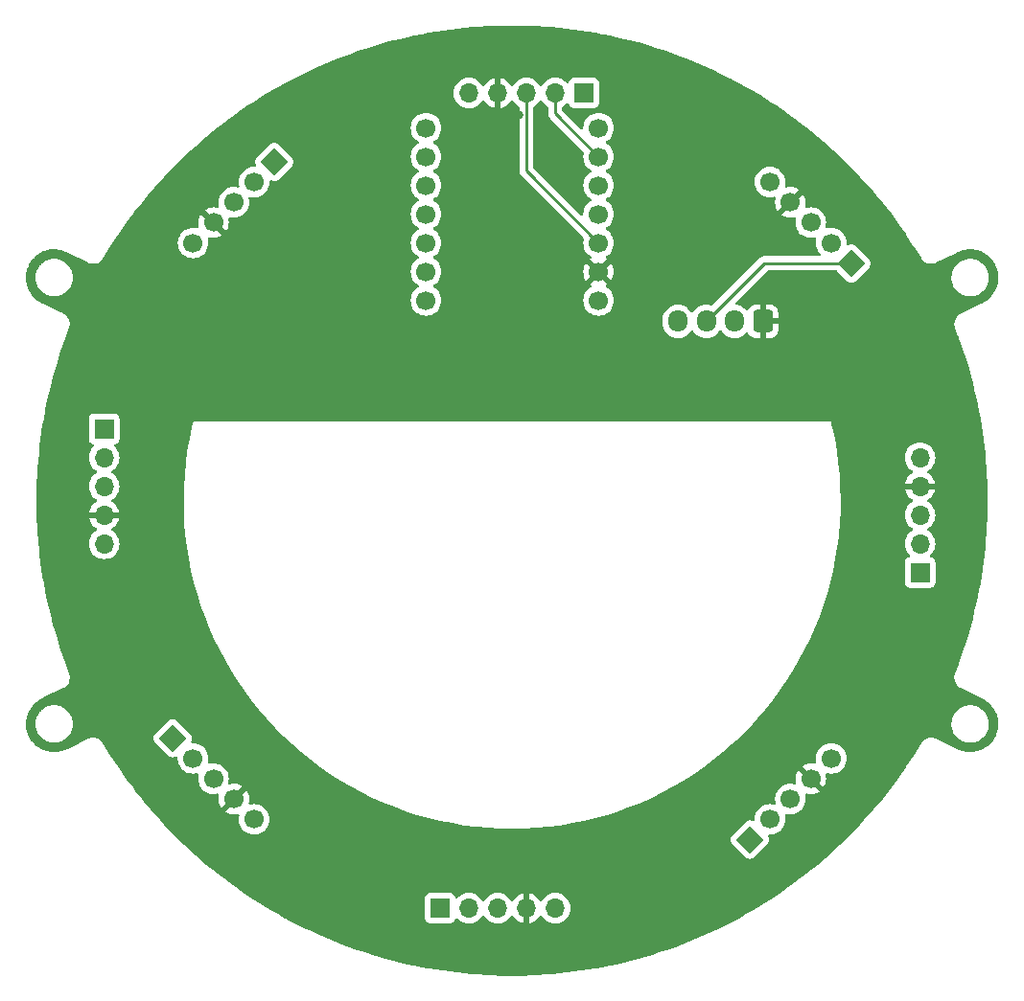
<source format=gbr>
%TF.GenerationSoftware,KiCad,Pcbnew,7.0.9*%
%TF.CreationDate,2024-12-17T14:24:58+09:00*%
%TF.ProjectId,line_main_robot2,6c696e65-5f6d-4616-996e-5f726f626f74,rev?*%
%TF.SameCoordinates,Original*%
%TF.FileFunction,Copper,L2,Bot*%
%TF.FilePolarity,Positive*%
%FSLAX46Y46*%
G04 Gerber Fmt 4.6, Leading zero omitted, Abs format (unit mm)*
G04 Created by KiCad (PCBNEW 7.0.9) date 2024-12-17 14:24:58*
%MOMM*%
%LPD*%
G01*
G04 APERTURE LIST*
G04 Aperture macros list*
%AMRoundRect*
0 Rectangle with rounded corners*
0 $1 Rounding radius*
0 $2 $3 $4 $5 $6 $7 $8 $9 X,Y pos of 4 corners*
0 Add a 4 corners polygon primitive as box body*
4,1,4,$2,$3,$4,$5,$6,$7,$8,$9,$2,$3,0*
0 Add four circle primitives for the rounded corners*
1,1,$1+$1,$2,$3*
1,1,$1+$1,$4,$5*
1,1,$1+$1,$6,$7*
1,1,$1+$1,$8,$9*
0 Add four rect primitives between the rounded corners*
20,1,$1+$1,$2,$3,$4,$5,0*
20,1,$1+$1,$4,$5,$6,$7,0*
20,1,$1+$1,$6,$7,$8,$9,0*
20,1,$1+$1,$8,$9,$2,$3,0*%
%AMHorizOval*
0 Thick line with rounded ends*
0 $1 width*
0 $2 $3 position (X,Y) of the first rounded end (center of the circle)*
0 $4 $5 position (X,Y) of the second rounded end (center of the circle)*
0 Add line between two ends*
20,1,$1,$2,$3,$4,$5,0*
0 Add two circle primitives to create the rounded ends*
1,1,$1,$2,$3*
1,1,$1,$4,$5*%
%AMRotRect*
0 Rectangle, with rotation*
0 The origin of the aperture is its center*
0 $1 length*
0 $2 width*
0 $3 Rotation angle, in degrees counterclockwise*
0 Add horizontal line*
21,1,$1,$2,0,0,$3*%
G04 Aperture macros list end*
%TA.AperFunction,ComponentPad*%
%ADD10RotRect,1.700000X1.700000X45.000000*%
%TD*%
%TA.AperFunction,ComponentPad*%
%ADD11HorizOval,1.700000X0.000000X0.000000X0.000000X0.000000X0*%
%TD*%
%TA.AperFunction,ComponentPad*%
%ADD12R,1.700000X1.700000*%
%TD*%
%TA.AperFunction,ComponentPad*%
%ADD13O,1.700000X1.700000*%
%TD*%
%TA.AperFunction,ComponentPad*%
%ADD14RotRect,1.700000X1.700000X225.000000*%
%TD*%
%TA.AperFunction,ComponentPad*%
%ADD15HorizOval,1.700000X0.000000X0.000000X0.000000X0.000000X0*%
%TD*%
%TA.AperFunction,ComponentPad*%
%ADD16RotRect,1.700000X1.700000X315.000000*%
%TD*%
%TA.AperFunction,ComponentPad*%
%ADD17HorizOval,1.700000X0.000000X0.000000X0.000000X0.000000X0*%
%TD*%
%TA.AperFunction,ComponentPad*%
%ADD18RotRect,1.700000X1.700000X135.000000*%
%TD*%
%TA.AperFunction,ComponentPad*%
%ADD19HorizOval,1.700000X0.000000X0.000000X0.000000X0.000000X0*%
%TD*%
%TA.AperFunction,ComponentPad*%
%ADD20C,1.700000*%
%TD*%
%TA.AperFunction,ComponentPad*%
%ADD21RoundRect,0.250000X0.600000X0.725000X-0.600000X0.725000X-0.600000X-0.725000X0.600000X-0.725000X0*%
%TD*%
%TA.AperFunction,ComponentPad*%
%ADD22O,1.700000X1.950000*%
%TD*%
%TA.AperFunction,ViaPad*%
%ADD23C,0.800000*%
%TD*%
%TA.AperFunction,Conductor*%
%ADD24C,0.250000*%
%TD*%
G04 APERTURE END LIST*
D10*
%TO.P,J5,1,Pin_1*%
%TO.N,+5V*%
X156392773Y-142661336D03*
D11*
%TO.P,J5,2,Pin_2*%
%TO.N,/PWM*%
X158188824Y-144457387D03*
%TO.P,J5,3,Pin_3*%
%TO.N,+3.3V*%
X159984875Y-146253438D03*
%TO.P,J5,4,Pin_4*%
%TO.N,GND*%
X161780927Y-148049490D03*
%TO.P,J5,5,Pin_5*%
%TO.N,/5*%
X163576978Y-149845541D03*
%TD*%
D12*
%TO.P,J6,1,Pin_1*%
%TO.N,+5V*%
X150328680Y-115328962D03*
D13*
%TO.P,J6,2,Pin_2*%
%TO.N,/PWM*%
X150328680Y-117868962D03*
%TO.P,J6,3,Pin_3*%
%TO.N,+3.3V*%
X150328680Y-120408962D03*
%TO.P,J6,4,Pin_4*%
%TO.N,GND*%
X150328680Y-122948962D03*
%TO.P,J6,5,Pin_5*%
%TO.N,/6*%
X150328680Y-125488962D03*
%TD*%
D12*
%TO.P,J8,1,Pin_1*%
%TO.N,+5V*%
X192700000Y-85650000D03*
D13*
%TO.P,J8,2,Pin_2*%
%TO.N,/PWM*%
X190160000Y-85650000D03*
%TO.P,J8,3,Pin_3*%
%TO.N,+3.3V*%
X187620000Y-85650000D03*
%TO.P,J8,4,Pin_4*%
%TO.N,GND*%
X185080000Y-85650000D03*
%TO.P,J8,5,Pin_5*%
%TO.N,/8*%
X182540000Y-85650000D03*
%TD*%
D12*
%TO.P,J4,1,Pin_1*%
%TO.N,+5V*%
X180007642Y-157700282D03*
D13*
%TO.P,J4,2,Pin_2*%
%TO.N,/PWM*%
X182547642Y-157700282D03*
%TO.P,J4,3,Pin_3*%
%TO.N,+3.3V*%
X185087642Y-157700282D03*
%TO.P,J4,4,Pin_4*%
%TO.N,GND*%
X187627642Y-157700282D03*
%TO.P,J4,5,Pin_5*%
%TO.N,/4*%
X190167642Y-157700282D03*
%TD*%
D12*
%TO.P,J2,1,Pin_1*%
%TO.N,+5V*%
X222378962Y-128021320D03*
D13*
%TO.P,J2,2,Pin_2*%
%TO.N,/PWM*%
X222378962Y-125481320D03*
%TO.P,J2,3,Pin_3*%
%TO.N,+3.3V*%
X222378962Y-122941320D03*
%TO.P,J2,4,Pin_4*%
%TO.N,GND*%
X222378962Y-120401320D03*
%TO.P,J2,5,Pin_5*%
%TO.N,/2*%
X222378962Y-117861320D03*
%TD*%
D14*
%TO.P,J1,1,Pin_1*%
%TO.N,+5V*%
X216314869Y-100688946D03*
D15*
%TO.P,J1,2,Pin_2*%
%TO.N,/PWM*%
X214518818Y-98892895D03*
%TO.P,J1,3,Pin_3*%
%TO.N,+3.3V*%
X212722767Y-97096844D03*
%TO.P,J1,4,Pin_4*%
%TO.N,GND*%
X210926715Y-95300792D03*
%TO.P,J1,5,Pin_5*%
%TO.N,/1*%
X209130664Y-93504741D03*
%TD*%
D16*
%TO.P,J7,1,Pin_1*%
%TO.N,+5V*%
X165367626Y-91714093D03*
D17*
%TO.P,J7,2,Pin_2*%
%TO.N,/PWM*%
X163571575Y-93510144D03*
%TO.P,J7,3,Pin_3*%
%TO.N,+3.3V*%
X161775524Y-95306195D03*
%TO.P,J7,4,Pin_4*%
%TO.N,GND*%
X159979472Y-97102247D03*
%TO.P,J7,5,Pin_5*%
%TO.N,/7*%
X158183421Y-98898298D03*
%TD*%
D18*
%TO.P,J3,1,Pin_1*%
%TO.N,+5V*%
X207340016Y-151636189D03*
D19*
%TO.P,J3,2,Pin_2*%
%TO.N,/PWM*%
X209136067Y-149840138D03*
%TO.P,J3,3,Pin_3*%
%TO.N,+3.3V*%
X210932118Y-148044087D03*
%TO.P,J3,4,Pin_4*%
%TO.N,GND*%
X212728170Y-146248035D03*
%TO.P,J3,5,Pin_5*%
%TO.N,/3*%
X214524221Y-144451984D03*
%TD*%
D20*
%TO.P,U1,1,DAC*%
%TO.N,/1*%
X178750000Y-103975000D03*
%TO.P,U1,2*%
%TO.N,/2*%
X178750000Y-101435000D03*
%TO.P,U1,3*%
%TO.N,/3*%
X178750000Y-98895000D03*
%TO.P,U1,4*%
%TO.N,/4*%
X178750000Y-96355000D03*
%TO.P,U1,5,SDA*%
%TO.N,/5*%
X178750000Y-93815000D03*
%TO.P,U1,6,SCL*%
%TO.N,/6*%
X178750000Y-91275000D03*
%TO.P,U1,7,TX*%
%TO.N,/TX*%
X178750000Y-88735000D03*
%TO.P,U1,8,RX*%
%TO.N,/RX*%
X193990000Y-88735000D03*
%TO.P,U1,9,SCK*%
%TO.N,/PWM*%
X193990000Y-91275000D03*
%TO.P,U1,10,MISO*%
%TO.N,/7*%
X193990000Y-93815000D03*
%TO.P,U1,11,MOSI*%
%TO.N,/8*%
X193990000Y-96355000D03*
%TO.P,U1,12,3V3*%
%TO.N,+3.3V*%
X193990000Y-98895000D03*
%TO.P,U1,13,GND*%
%TO.N,GND*%
X193990000Y-101435000D03*
%TO.P,U1,14,5V*%
%TO.N,+5V*%
X193990000Y-103975000D03*
%TD*%
D21*
%TO.P,J9,1,Pin_1*%
%TO.N,GND*%
X208500000Y-105825000D03*
D22*
%TO.P,J9,2,Pin_2*%
%TO.N,/RX*%
X206000000Y-105825000D03*
%TO.P,J9,3,Pin_3*%
%TO.N,+5V*%
X203500000Y-105825000D03*
%TO.P,J9,4,Pin_4*%
%TO.N,/TX*%
X201000000Y-105825000D03*
%TD*%
D23*
%TO.N,GND*%
X224650000Y-128075000D03*
X199675000Y-160850000D03*
X146725000Y-132775000D03*
X189575000Y-92175000D03*
X185700000Y-81350000D03*
X211750000Y-151000000D03*
X163725000Y-97700000D03*
X225175000Y-125200000D03*
X213075000Y-109375000D03*
X168175000Y-146150000D03*
X216300000Y-138500000D03*
X156800000Y-130675000D03*
X153100000Y-135375000D03*
X174125000Y-156800000D03*
X186895500Y-87625000D03*
X179125000Y-83350000D03*
X206325000Y-99850000D03*
X153675000Y-106500000D03*
X171325000Y-153400000D03*
X170525000Y-148375000D03*
X157975000Y-101875000D03*
X166950000Y-94375000D03*
X217300000Y-107175000D03*
X182825000Y-161275000D03*
X208350000Y-156425000D03*
X169750000Y-84500000D03*
X160725000Y-112925000D03*
X168000000Y-87700000D03*
X158100000Y-111450000D03*
X216250000Y-120025000D03*
X221300000Y-102800000D03*
X200750000Y-154250000D03*
X219275000Y-105575000D03*
X186500000Y-95200000D03*
X203725000Y-87925000D03*
X199325000Y-156900000D03*
X165750000Y-101475000D03*
X197275000Y-89550000D03*
X152500000Y-127425000D03*
X146575000Y-113025000D03*
X158100000Y-108150000D03*
X166450000Y-149650000D03*
X188150000Y-101225000D03*
X222150000Y-141125000D03*
X167825000Y-158025000D03*
X153525000Y-141275000D03*
X163225000Y-88550000D03*
X155425000Y-127525000D03*
X184075000Y-102825000D03*
X208575000Y-154575000D03*
X171925000Y-111100000D03*
X147250000Y-118925000D03*
X197625000Y-159500000D03*
X150100000Y-103275000D03*
X153125000Y-144825000D03*
X198925000Y-99300000D03*
X152600000Y-103975000D03*
X204775000Y-156675000D03*
X174775000Y-149225000D03*
X204425000Y-158850000D03*
X218100000Y-140325000D03*
X150000000Y-128875000D03*
X182775000Y-108775000D03*
X222775000Y-137975000D03*
X220075000Y-129025000D03*
X181575000Y-100050000D03*
X189750000Y-89300000D03*
X195950000Y-82700000D03*
X204350000Y-90850000D03*
%TD*%
D24*
%TO.N,+5V*%
X203500000Y-105825000D02*
X208636054Y-100688946D01*
X208636054Y-100688946D02*
X216314869Y-100688946D01*
%TO.N,/PWM*%
X193990000Y-91275000D02*
X190160000Y-87445000D01*
X190160000Y-87445000D02*
X190160000Y-85650000D01*
%TO.N,+3.3V*%
X187620000Y-92525000D02*
X187620000Y-85650000D01*
X193990000Y-98895000D02*
X187620000Y-92525000D01*
%TD*%
%TA.AperFunction,Conductor*%
%TO.N,GND*%
G36*
X188974855Y-86316546D02*
G01*
X188991575Y-86335842D01*
X189121500Y-86521395D01*
X189121505Y-86521401D01*
X189288599Y-86688495D01*
X189481624Y-86823653D01*
X189525248Y-86878228D01*
X189534500Y-86925226D01*
X189534500Y-87362255D01*
X189532775Y-87377872D01*
X189533061Y-87377899D01*
X189532326Y-87385665D01*
X189534500Y-87454814D01*
X189534500Y-87484343D01*
X189534501Y-87484360D01*
X189535368Y-87491231D01*
X189535826Y-87497050D01*
X189537290Y-87543624D01*
X189537291Y-87543627D01*
X189542880Y-87562867D01*
X189546824Y-87581911D01*
X189548472Y-87594954D01*
X189549336Y-87601791D01*
X189566490Y-87645119D01*
X189568382Y-87650647D01*
X189581382Y-87695390D01*
X189582041Y-87696505D01*
X189591580Y-87712634D01*
X189600138Y-87730103D01*
X189607514Y-87748732D01*
X189634898Y-87786423D01*
X189638106Y-87791307D01*
X189661827Y-87831416D01*
X189661833Y-87831424D01*
X189675990Y-87845580D01*
X189688628Y-87860376D01*
X189700405Y-87876586D01*
X189700406Y-87876587D01*
X189736309Y-87906288D01*
X189740620Y-87910210D01*
X191931374Y-90100965D01*
X192649761Y-90819352D01*
X192683246Y-90880675D01*
X192681855Y-90939124D01*
X192654937Y-91039589D01*
X192654937Y-91039590D01*
X192634341Y-91274999D01*
X192634341Y-91275000D01*
X192654936Y-91510403D01*
X192654938Y-91510413D01*
X192716094Y-91738655D01*
X192716096Y-91738659D01*
X192716097Y-91738663D01*
X192771068Y-91856548D01*
X192815965Y-91952830D01*
X192815967Y-91952834D01*
X192951501Y-92146395D01*
X192951506Y-92146402D01*
X193118597Y-92313493D01*
X193118603Y-92313498D01*
X193304158Y-92443425D01*
X193347783Y-92498002D01*
X193354977Y-92567500D01*
X193323454Y-92629855D01*
X193304158Y-92646575D01*
X193118597Y-92776505D01*
X192951505Y-92943597D01*
X192815965Y-93137169D01*
X192815964Y-93137171D01*
X192716098Y-93351335D01*
X192716094Y-93351344D01*
X192654938Y-93579586D01*
X192654936Y-93579596D01*
X192634341Y-93814999D01*
X192634341Y-93815000D01*
X192654936Y-94050403D01*
X192654938Y-94050413D01*
X192716094Y-94278655D01*
X192716096Y-94278659D01*
X192716097Y-94278663D01*
X192788902Y-94434794D01*
X192815965Y-94492830D01*
X192815967Y-94492834D01*
X192855045Y-94548642D01*
X192949948Y-94684178D01*
X192951501Y-94686395D01*
X192951506Y-94686402D01*
X193118597Y-94853493D01*
X193118603Y-94853498D01*
X193304158Y-94983425D01*
X193347783Y-95038002D01*
X193354977Y-95107500D01*
X193323454Y-95169855D01*
X193304158Y-95186575D01*
X193118597Y-95316505D01*
X192951505Y-95483597D01*
X192815965Y-95677169D01*
X192815964Y-95677171D01*
X192716098Y-95891335D01*
X192716094Y-95891344D01*
X192654938Y-96119586D01*
X192654936Y-96119596D01*
X192634341Y-96354999D01*
X192634341Y-96355388D01*
X192634292Y-96355553D01*
X192633869Y-96360394D01*
X192632896Y-96360308D01*
X192614656Y-96422427D01*
X192561852Y-96468182D01*
X192492694Y-96478126D01*
X192429138Y-96449101D01*
X192422660Y-96443069D01*
X188281819Y-92302228D01*
X188248334Y-92240905D01*
X188245500Y-92214547D01*
X188245500Y-86925226D01*
X188265185Y-86858187D01*
X188298374Y-86823654D01*
X188491401Y-86688495D01*
X188658495Y-86521401D01*
X188788425Y-86335842D01*
X188843002Y-86292217D01*
X188912500Y-86285023D01*
X188974855Y-86316546D01*
G37*
%TD.AperFunction*%
%TA.AperFunction,Conductor*%
G36*
X187345222Y-79690740D02*
G01*
X187937784Y-79709063D01*
X188632218Y-79740811D01*
X189223847Y-79777435D01*
X189917022Y-79830318D01*
X190507085Y-79885195D01*
X191198592Y-79959190D01*
X191786373Y-80032240D01*
X192475620Y-80127303D01*
X193060465Y-80218423D01*
X193746932Y-80334504D01*
X194083015Y-80397563D01*
X194328242Y-80443575D01*
X194440476Y-80466088D01*
X195011314Y-80580598D01*
X195588378Y-80707451D01*
X196267602Y-80865363D01*
X196725319Y-80980919D01*
X196839788Y-81009819D01*
X197065386Y-81069564D01*
X197514556Y-81188517D01*
X198081233Y-81350368D01*
X198751030Y-81549766D01*
X199293107Y-81722882D01*
X199311603Y-81728788D01*
X199975899Y-81948782D01*
X200529624Y-82144675D01*
X201101193Y-82353482D01*
X201187932Y-82385170D01*
X201734224Y-82597649D01*
X202386068Y-82858545D01*
X202924217Y-83087248D01*
X203569127Y-83368446D01*
X204098511Y-83613008D01*
X204735995Y-83914393D01*
X205255950Y-84174391D01*
X205825855Y-84465382D01*
X205885583Y-84495879D01*
X206395436Y-84770842D01*
X206410145Y-84778926D01*
X207016839Y-85112372D01*
X207515889Y-85401767D01*
X208128618Y-85763251D01*
X208261063Y-85845627D01*
X208616276Y-86066557D01*
X209041818Y-86335406D01*
X209219956Y-86447950D01*
X209695218Y-86764325D01*
X210052620Y-87005659D01*
X210289811Y-87165821D01*
X210752054Y-87494592D01*
X211337140Y-87916166D01*
X211785532Y-88256434D01*
X212360963Y-88698283D01*
X212697441Y-88970413D01*
X212794598Y-89048990D01*
X213360339Y-89511454D01*
X213778197Y-89871321D01*
X213877879Y-89958002D01*
X214334303Y-90354895D01*
X214735261Y-90722393D01*
X215281949Y-91227823D01*
X215452396Y-91394027D01*
X215664668Y-91601016D01*
X216202398Y-92129432D01*
X216564939Y-92505499D01*
X217094725Y-93058813D01*
X217285472Y-93269327D01*
X217423646Y-93421820D01*
X217435002Y-93434352D01*
X217942799Y-93998111D01*
X217958149Y-94015152D01*
X217988168Y-94050413D01*
X218272700Y-94384636D01*
X218791859Y-94997557D01*
X218846151Y-95065476D01*
X219075252Y-95352080D01*
X219407810Y-95769859D01*
X219595051Y-96005082D01*
X219837685Y-96328635D01*
X220366944Y-97036748D01*
X220548379Y-97294949D01*
X221106865Y-98091657D01*
X221165558Y-98180926D01*
X221691260Y-98981684D01*
X221810237Y-99162911D01*
X222467238Y-100233361D01*
X222478673Y-100251991D01*
X222479332Y-100253100D01*
X222479332Y-100253101D01*
X222527023Y-100333402D01*
X222527024Y-100333404D01*
X222527026Y-100333406D01*
X222650381Y-100473650D01*
X222650385Y-100473653D01*
X222650388Y-100473657D01*
X222793433Y-100585413D01*
X222797586Y-100588657D01*
X222836992Y-100609024D01*
X222963519Y-100674420D01*
X223021653Y-100691823D01*
X223142457Y-100727988D01*
X223142461Y-100727988D01*
X223142463Y-100727989D01*
X223328231Y-100747510D01*
X223514401Y-100732309D01*
X223694541Y-100682911D01*
X223765757Y-100648233D01*
X223765837Y-100648206D01*
X223778422Y-100642068D01*
X225597437Y-99754874D01*
X225601821Y-99754130D01*
X225640154Y-99734099D01*
X225643566Y-99732447D01*
X225827593Y-99650241D01*
X225920945Y-99608817D01*
X225927923Y-99606211D01*
X226092877Y-99555702D01*
X226220720Y-99517587D01*
X226227668Y-99515945D01*
X226391561Y-99487108D01*
X226529508Y-99464582D01*
X226536297Y-99463856D01*
X226700016Y-99455466D01*
X226842449Y-99450624D01*
X226848981Y-99450747D01*
X227011235Y-99462413D01*
X227154632Y-99475919D01*
X227160799Y-99476815D01*
X227248835Y-99494179D01*
X227319617Y-99508141D01*
X227461171Y-99540062D01*
X227466905Y-99541647D01*
X227620232Y-99592069D01*
X227757241Y-99642032D01*
X227762405Y-99644186D01*
X227908189Y-99712939D01*
X227964326Y-99741991D01*
X228038165Y-99780206D01*
X228042794Y-99782860D01*
X228095394Y-99816104D01*
X228178903Y-99868886D01*
X228272248Y-99933498D01*
X228299599Y-99952430D01*
X228303610Y-99955454D01*
X228426999Y-100056592D01*
X228429116Y-100058412D01*
X228537400Y-100155971D01*
X228540770Y-100159249D01*
X228650704Y-100274635D01*
X228652831Y-100276986D01*
X228731746Y-100368880D01*
X228747829Y-100387607D01*
X228750589Y-100391063D01*
X228811860Y-100473660D01*
X228845470Y-100518967D01*
X228847478Y-100521841D01*
X228879937Y-100571204D01*
X228927622Y-100643721D01*
X228929768Y-100647234D01*
X229008227Y-100785780D01*
X229010002Y-100789152D01*
X229042051Y-100854862D01*
X229073961Y-100920286D01*
X229075526Y-100923763D01*
X229136392Y-101070872D01*
X229137839Y-101074727D01*
X229184541Y-101212919D01*
X229185569Y-101216272D01*
X229227944Y-101369785D01*
X229228968Y-101374087D01*
X229257655Y-101517064D01*
X229258204Y-101520219D01*
X229281438Y-101677832D01*
X229281949Y-101682531D01*
X229292157Y-101827868D01*
X229292292Y-101830762D01*
X229296023Y-101990203D01*
X229295936Y-101995234D01*
X229287462Y-102141782D01*
X229271455Y-102301986D01*
X229270697Y-102307269D01*
X229243681Y-102451113D01*
X229208113Y-102608284D01*
X229206619Y-102613725D01*
X229161644Y-102752439D01*
X229106979Y-102904304D01*
X229104699Y-102909797D01*
X229042713Y-103040978D01*
X228969612Y-103185425D01*
X228966512Y-103190854D01*
X228888871Y-103312167D01*
X228798188Y-103447179D01*
X228794249Y-103452423D01*
X228702733Y-103561693D01*
X228595360Y-103685500D01*
X228590584Y-103690428D01*
X228487863Y-103785303D01*
X228364296Y-103896642D01*
X228358704Y-103901125D01*
X228249829Y-103978494D01*
X228108621Y-104077278D01*
X228102256Y-104081183D01*
X228015513Y-104127453D01*
X227833688Y-104223845D01*
X227830245Y-104225536D01*
X227799054Y-104239674D01*
X227788630Y-104245908D01*
X226015608Y-105110668D01*
X226015232Y-105110731D01*
X225885143Y-105174305D01*
X225735325Y-105285863D01*
X225735316Y-105285871D01*
X225608742Y-105423217D01*
X225608738Y-105423222D01*
X225509764Y-105581635D01*
X225441817Y-105755623D01*
X225441816Y-105755629D01*
X225424498Y-105847584D01*
X225407244Y-105939194D01*
X225407243Y-105939197D01*
X225407241Y-106125980D01*
X225407241Y-106125987D01*
X225426585Y-106228705D01*
X225440011Y-106300000D01*
X225441810Y-106309550D01*
X225471351Y-106385352D01*
X225471377Y-106385443D01*
X225475722Y-106396568D01*
X225562092Y-106627830D01*
X225754237Y-107142315D01*
X225757833Y-107151942D01*
X225809112Y-107289506D01*
X225916427Y-107577396D01*
X226145242Y-108250590D01*
X226326339Y-108786669D01*
X226528481Y-109445132D01*
X226699296Y-110007763D01*
X226879294Y-110663055D01*
X227034973Y-111239605D01*
X227194150Y-111894923D01*
X227333072Y-112481104D01*
X227471971Y-113137602D01*
X227593301Y-113731036D01*
X227712209Y-114389285D01*
X227815423Y-114988239D01*
X227914458Y-115648301D01*
X227999242Y-116251593D01*
X228078453Y-116913278D01*
X228144585Y-117519867D01*
X228203996Y-118182963D01*
X228251328Y-118791957D01*
X228290933Y-119455994D01*
X228319373Y-120066631D01*
X228339177Y-120731325D01*
X228348662Y-121342675D01*
X228348662Y-122007606D01*
X228339177Y-122618936D01*
X228319371Y-123283699D01*
X228290936Y-123894228D01*
X228251328Y-124558324D01*
X228203992Y-125167351D01*
X228144584Y-125830414D01*
X228078459Y-126436941D01*
X227999235Y-127098735D01*
X227914468Y-127701910D01*
X227815422Y-128362048D01*
X227712209Y-128960996D01*
X227593301Y-129619245D01*
X227471971Y-130212679D01*
X227333073Y-130869172D01*
X227194127Y-131455456D01*
X227034982Y-132110638D01*
X226879232Y-132687449D01*
X226699304Y-133342486D01*
X226528479Y-133905155D01*
X226326329Y-134563642D01*
X226145279Y-135099578D01*
X225916433Y-135772866D01*
X225757908Y-136198136D01*
X225475683Y-136953815D01*
X225456936Y-137001815D01*
X225456751Y-137002502D01*
X225441849Y-137040736D01*
X225441844Y-137040753D01*
X225407273Y-137224298D01*
X225407272Y-137224306D01*
X225407272Y-137411081D01*
X225407272Y-137411085D01*
X225424525Y-137502690D01*
X225441842Y-137594638D01*
X225441844Y-137594646D01*
X225509790Y-137768628D01*
X225608764Y-137927027D01*
X225636354Y-137956962D01*
X225735353Y-138064376D01*
X225885172Y-138175920D01*
X225959776Y-138212372D01*
X225959851Y-138212417D01*
X225968815Y-138216789D01*
X225968993Y-138216876D01*
X225968994Y-138216877D01*
X227789578Y-139104834D01*
X227792997Y-139107952D01*
X227830596Y-139124906D01*
X227834152Y-139126649D01*
X227944077Y-139184926D01*
X228012145Y-139221012D01*
X228102258Y-139269070D01*
X228108619Y-139272973D01*
X228150542Y-139302301D01*
X228249998Y-139371879D01*
X228354035Y-139445811D01*
X228358694Y-139449122D01*
X228364287Y-139453605D01*
X228403181Y-139488651D01*
X228487887Y-139564979D01*
X228590562Y-139659811D01*
X228595338Y-139664739D01*
X228702728Y-139788570D01*
X228794221Y-139897815D01*
X228798159Y-139903058D01*
X228888835Y-140038061D01*
X228937500Y-140114098D01*
X228966493Y-140159401D01*
X228969588Y-140164820D01*
X229042686Y-140309269D01*
X229104657Y-140440420D01*
X229106938Y-140445913D01*
X229161613Y-140597809D01*
X229206579Y-140736495D01*
X229208073Y-140741936D01*
X229243643Y-140899122D01*
X229270653Y-141042934D01*
X229271412Y-141048218D01*
X229287419Y-141208446D01*
X229295891Y-141354968D01*
X229295978Y-141360000D01*
X229292248Y-141519438D01*
X229292113Y-141522333D01*
X229281906Y-141667655D01*
X229281395Y-141672355D01*
X229258156Y-141829997D01*
X229257607Y-141833152D01*
X229228926Y-141976097D01*
X229227902Y-141980400D01*
X229185526Y-142133913D01*
X229184498Y-142137266D01*
X229137800Y-142275447D01*
X229136353Y-142279302D01*
X229075480Y-142426427D01*
X229073915Y-142429903D01*
X229009968Y-142561014D01*
X229008192Y-142564388D01*
X228929729Y-142702942D01*
X228927583Y-142706455D01*
X228847447Y-142828323D01*
X228845438Y-142831198D01*
X228750556Y-142959105D01*
X228747796Y-142962560D01*
X228652824Y-143073152D01*
X228650676Y-143075526D01*
X228540742Y-143190912D01*
X228537353Y-143194208D01*
X228429141Y-143291705D01*
X228426943Y-143293593D01*
X228303582Y-143394709D01*
X228299564Y-143397738D01*
X228178889Y-143481269D01*
X228042786Y-143567292D01*
X228038157Y-143569947D01*
X227908181Y-143637215D01*
X227762431Y-143705953D01*
X227757223Y-143708125D01*
X227620221Y-143758086D01*
X227466898Y-143808507D01*
X227461166Y-143810092D01*
X227319641Y-143842008D01*
X227160829Y-143873333D01*
X227154641Y-143874232D01*
X227011238Y-143887740D01*
X226849004Y-143899405D01*
X226842448Y-143899529D01*
X226700079Y-143894691D01*
X226536339Y-143886302D01*
X226529515Y-143885572D01*
X226391626Y-143863057D01*
X226227720Y-143834219D01*
X226220743Y-143832571D01*
X226092859Y-143794444D01*
X225927945Y-143743950D01*
X225920967Y-143741346D01*
X225898520Y-143731395D01*
X225841175Y-143705974D01*
X225644287Y-143618028D01*
X225641918Y-143616970D01*
X225641900Y-143616962D01*
X225638473Y-143615303D01*
X225609942Y-143600395D01*
X225598531Y-143595940D01*
X223767934Y-142703098D01*
X223767211Y-142702829D01*
X223710857Y-142675393D01*
X223694516Y-142667437D01*
X223694514Y-142667436D01*
X223694509Y-142667434D01*
X223694506Y-142667433D01*
X223514386Y-142618048D01*
X223328226Y-142602849D01*
X223328220Y-142602850D01*
X223142472Y-142622368D01*
X222963537Y-142675929D01*
X222797609Y-142761680D01*
X222797604Y-142761683D01*
X222650413Y-142876663D01*
X222650412Y-142876664D01*
X222527044Y-143016900D01*
X222479351Y-143097186D01*
X221810237Y-144187371D01*
X221165558Y-145169356D01*
X221106865Y-145258625D01*
X220548379Y-146055332D01*
X220366944Y-146313533D01*
X219837685Y-147021646D01*
X219595051Y-147345199D01*
X219075228Y-147998232D01*
X218791859Y-148352724D01*
X218272700Y-148965645D01*
X217958159Y-149335118D01*
X217435040Y-149915887D01*
X217094725Y-150291468D01*
X216564939Y-150844782D01*
X216202398Y-151220849D01*
X215664572Y-151749360D01*
X215281949Y-152122458D01*
X214735261Y-152627888D01*
X214334303Y-152995386D01*
X213778217Y-153478942D01*
X213360339Y-153838827D01*
X212794598Y-154301291D01*
X212360969Y-154651994D01*
X211785532Y-155093847D01*
X211337140Y-155434115D01*
X210752054Y-155855689D01*
X210289811Y-156184460D01*
X209695290Y-156585907D01*
X209219961Y-156902328D01*
X208616236Y-157283750D01*
X208128618Y-157587030D01*
X207515889Y-157948514D01*
X207016832Y-158237913D01*
X206395436Y-158579439D01*
X205885583Y-158854402D01*
X205255984Y-159175873D01*
X204735980Y-159435895D01*
X204098502Y-159737278D01*
X203569127Y-159981835D01*
X202924226Y-160263029D01*
X202386044Y-160491746D01*
X201734243Y-160752625D01*
X201187932Y-160965111D01*
X200529641Y-161205600D01*
X199975868Y-161401509D01*
X199311601Y-161621493D01*
X198751026Y-161800517D01*
X198081238Y-161999911D01*
X197514550Y-162161765D01*
X196839788Y-162340462D01*
X196267565Y-162484927D01*
X195588435Y-162642817D01*
X195011284Y-162769689D01*
X194328242Y-162906706D01*
X193746917Y-163015779D01*
X193060506Y-163131851D01*
X192475625Y-163222977D01*
X191786374Y-163318040D01*
X191198583Y-163391092D01*
X190507114Y-163465083D01*
X189917012Y-163519964D01*
X189223873Y-163572844D01*
X188632166Y-163609473D01*
X187937838Y-163641216D01*
X187345182Y-163659541D01*
X186650342Y-163670124D01*
X186057300Y-163670124D01*
X185362459Y-163659541D01*
X184769803Y-163641216D01*
X184075475Y-163609473D01*
X183483768Y-163572844D01*
X182790629Y-163519964D01*
X182200527Y-163465083D01*
X181509058Y-163391092D01*
X180921267Y-163318040D01*
X180232016Y-163222977D01*
X179647135Y-163131851D01*
X178960724Y-163015779D01*
X178379399Y-162906706D01*
X177696357Y-162769689D01*
X177119206Y-162642817D01*
X176440076Y-162484927D01*
X175867853Y-162340462D01*
X175193091Y-162161765D01*
X174626403Y-161999911D01*
X173956622Y-161800519D01*
X173847158Y-161765561D01*
X173396040Y-161621493D01*
X172731773Y-161401509D01*
X172178000Y-161205600D01*
X171519709Y-160965111D01*
X170973398Y-160752625D01*
X170321597Y-160491746D01*
X169783415Y-160263029D01*
X169138514Y-159981835D01*
X168609139Y-159737278D01*
X167971661Y-159435895D01*
X167451657Y-159175873D01*
X166822058Y-158854402D01*
X166346904Y-158598152D01*
X178657142Y-158598152D01*
X178657143Y-158598158D01*
X178663550Y-158657765D01*
X178713844Y-158792610D01*
X178713848Y-158792617D01*
X178800094Y-158907826D01*
X178800097Y-158907829D01*
X178915306Y-158994075D01*
X178915313Y-158994079D01*
X179050159Y-159044373D01*
X179050158Y-159044373D01*
X179057086Y-159045117D01*
X179109769Y-159050782D01*
X180905514Y-159050781D01*
X180965125Y-159044373D01*
X181099973Y-158994078D01*
X181215188Y-158907828D01*
X181301438Y-158792613D01*
X181350452Y-158661198D01*
X181392323Y-158605266D01*
X181457787Y-158580848D01*
X181526060Y-158595699D01*
X181554315Y-158616851D01*
X181676241Y-158738777D01*
X181773026Y-158806547D01*
X181869807Y-158874314D01*
X181869809Y-158874315D01*
X181869812Y-158874317D01*
X182083979Y-158974185D01*
X182312234Y-159035345D01*
X182488676Y-159050782D01*
X182547641Y-159055941D01*
X182547642Y-159055941D01*
X182547643Y-159055941D01*
X182606608Y-159050782D01*
X182783050Y-159035345D01*
X183011305Y-158974185D01*
X183225472Y-158874317D01*
X183419043Y-158738777D01*
X183586137Y-158571683D01*
X183716067Y-158386124D01*
X183770644Y-158342499D01*
X183840142Y-158335305D01*
X183902497Y-158366828D01*
X183919217Y-158386124D01*
X184049142Y-158571677D01*
X184049147Y-158571683D01*
X184216241Y-158738777D01*
X184313026Y-158806547D01*
X184409807Y-158874314D01*
X184409809Y-158874315D01*
X184409812Y-158874317D01*
X184623979Y-158974185D01*
X184852234Y-159035345D01*
X185028676Y-159050782D01*
X185087641Y-159055941D01*
X185087642Y-159055941D01*
X185087643Y-159055941D01*
X185146608Y-159050782D01*
X185323050Y-159035345D01*
X185551305Y-158974185D01*
X185765472Y-158874317D01*
X185959043Y-158738777D01*
X186126137Y-158571683D01*
X186256372Y-158385687D01*
X186310949Y-158342063D01*
X186380447Y-158334869D01*
X186442802Y-158366392D01*
X186459521Y-158385687D01*
X186589532Y-158571360D01*
X186756559Y-158738387D01*
X186950063Y-158873882D01*
X187164149Y-158973711D01*
X187164158Y-158973715D01*
X187377642Y-159030916D01*
X187377642Y-158135783D01*
X187485327Y-158184962D01*
X187591879Y-158200282D01*
X187663405Y-158200282D01*
X187769957Y-158184962D01*
X187877642Y-158135783D01*
X187877642Y-159030915D01*
X188091125Y-158973715D01*
X188091134Y-158973711D01*
X188305220Y-158873882D01*
X188498724Y-158738387D01*
X188665747Y-158571364D01*
X188795761Y-158385687D01*
X188850338Y-158342063D01*
X188919837Y-158334870D01*
X188982191Y-158366392D01*
X188998911Y-158385687D01*
X189129147Y-158571683D01*
X189296241Y-158738777D01*
X189393026Y-158806547D01*
X189489807Y-158874314D01*
X189489809Y-158874315D01*
X189489812Y-158874317D01*
X189703979Y-158974185D01*
X189932234Y-159035345D01*
X190108676Y-159050782D01*
X190167641Y-159055941D01*
X190167642Y-159055941D01*
X190167643Y-159055941D01*
X190226608Y-159050782D01*
X190403050Y-159035345D01*
X190631305Y-158974185D01*
X190845472Y-158874317D01*
X191039043Y-158738777D01*
X191206137Y-158571683D01*
X191341677Y-158378112D01*
X191441545Y-158163945D01*
X191502705Y-157935690D01*
X191523301Y-157700282D01*
X191502705Y-157464874D01*
X191441545Y-157236619D01*
X191341677Y-157022453D01*
X191336373Y-157014877D01*
X191206136Y-156828879D01*
X191039044Y-156661788D01*
X191039037Y-156661783D01*
X190845476Y-156526249D01*
X190845472Y-156526247D01*
X190845470Y-156526246D01*
X190631305Y-156426379D01*
X190631301Y-156426378D01*
X190631297Y-156426376D01*
X190403055Y-156365220D01*
X190403045Y-156365218D01*
X190167643Y-156344623D01*
X190167641Y-156344623D01*
X189932238Y-156365218D01*
X189932228Y-156365220D01*
X189703986Y-156426376D01*
X189703977Y-156426380D01*
X189489813Y-156526246D01*
X189489811Y-156526247D01*
X189296239Y-156661787D01*
X189129150Y-156828876D01*
X188998911Y-157014877D01*
X188944334Y-157058501D01*
X188874835Y-157065694D01*
X188812481Y-157034172D01*
X188795761Y-157014876D01*
X188665755Y-156829208D01*
X188665750Y-156829202D01*
X188498724Y-156662176D01*
X188305220Y-156526681D01*
X188091134Y-156426852D01*
X188091128Y-156426849D01*
X187877642Y-156369646D01*
X187877642Y-157264780D01*
X187769957Y-157215602D01*
X187663405Y-157200282D01*
X187591879Y-157200282D01*
X187485327Y-157215602D01*
X187377642Y-157264780D01*
X187377642Y-156369646D01*
X187377641Y-156369646D01*
X187164155Y-156426849D01*
X187164149Y-156426852D01*
X186950064Y-156526681D01*
X186950062Y-156526682D01*
X186756568Y-156662168D01*
X186756562Y-156662173D01*
X186589533Y-156829202D01*
X186589532Y-156829204D01*
X186459522Y-157014877D01*
X186404945Y-157058501D01*
X186335446Y-157065694D01*
X186273092Y-157034172D01*
X186256372Y-157014876D01*
X186126136Y-156828879D01*
X185959044Y-156661788D01*
X185959037Y-156661783D01*
X185765476Y-156526249D01*
X185765472Y-156526247D01*
X185765470Y-156526246D01*
X185551305Y-156426379D01*
X185551301Y-156426378D01*
X185551297Y-156426376D01*
X185323055Y-156365220D01*
X185323045Y-156365218D01*
X185087643Y-156344623D01*
X185087641Y-156344623D01*
X184852238Y-156365218D01*
X184852228Y-156365220D01*
X184623986Y-156426376D01*
X184623977Y-156426380D01*
X184409813Y-156526246D01*
X184409811Y-156526247D01*
X184216239Y-156661787D01*
X184049147Y-156828879D01*
X183919217Y-157014440D01*
X183864640Y-157058065D01*
X183795142Y-157065259D01*
X183732787Y-157033736D01*
X183716067Y-157014440D01*
X183586136Y-156828879D01*
X183419044Y-156661788D01*
X183419037Y-156661783D01*
X183225476Y-156526249D01*
X183225472Y-156526247D01*
X183225470Y-156526246D01*
X183011305Y-156426379D01*
X183011301Y-156426378D01*
X183011297Y-156426376D01*
X182783055Y-156365220D01*
X182783045Y-156365218D01*
X182547643Y-156344623D01*
X182547641Y-156344623D01*
X182312238Y-156365218D01*
X182312228Y-156365220D01*
X182083986Y-156426376D01*
X182083977Y-156426380D01*
X181869813Y-156526246D01*
X181869811Y-156526247D01*
X181676242Y-156661785D01*
X181554315Y-156783712D01*
X181492992Y-156817196D01*
X181423300Y-156812212D01*
X181367367Y-156770340D01*
X181350452Y-156739363D01*
X181301439Y-156607953D01*
X181301435Y-156607946D01*
X181215189Y-156492737D01*
X181215186Y-156492734D01*
X181099977Y-156406488D01*
X181099970Y-156406484D01*
X180965124Y-156356190D01*
X180965125Y-156356190D01*
X180905525Y-156349783D01*
X180905523Y-156349782D01*
X180905515Y-156349782D01*
X180905506Y-156349782D01*
X179109771Y-156349782D01*
X179109765Y-156349783D01*
X179050158Y-156356190D01*
X178915313Y-156406484D01*
X178915306Y-156406488D01*
X178800097Y-156492734D01*
X178800094Y-156492737D01*
X178713848Y-156607946D01*
X178713844Y-156607953D01*
X178663550Y-156742799D01*
X178657143Y-156802398D01*
X178657142Y-156802417D01*
X178657142Y-158598152D01*
X166346904Y-158598152D01*
X166312205Y-158579439D01*
X165690809Y-158237913D01*
X165191752Y-157948514D01*
X164579023Y-157587030D01*
X164292448Y-157408791D01*
X164091427Y-157283763D01*
X163487680Y-156902328D01*
X163012351Y-156585907D01*
X162417830Y-156184460D01*
X161955587Y-155855689D01*
X161370501Y-155434115D01*
X160922109Y-155093847D01*
X160346672Y-154651994D01*
X159913043Y-154301291D01*
X159347302Y-153838827D01*
X158929424Y-153478942D01*
X158373338Y-152995386D01*
X157972380Y-152627888D01*
X157425692Y-152122458D01*
X157073101Y-151778644D01*
X157043118Y-151749407D01*
X156927904Y-151636189D01*
X205632288Y-151636189D01*
X205652768Y-151778644D01*
X205652769Y-151778648D01*
X205712555Y-151909559D01*
X205712556Y-151909560D01*
X205712557Y-151909562D01*
X205750176Y-151956245D01*
X205750179Y-151956248D01*
X205750184Y-151956254D01*
X207019948Y-153226015D01*
X207019960Y-153226027D01*
X207019964Y-153226030D01*
X207019966Y-153226032D01*
X207066642Y-153263648D01*
X207197556Y-153323435D01*
X207197557Y-153323435D01*
X207197559Y-153323436D01*
X207340016Y-153343917D01*
X207482473Y-153323436D01*
X207613389Y-153263648D01*
X207660072Y-153226029D01*
X208929854Y-151956245D01*
X208967475Y-151909562D01*
X209027263Y-151778646D01*
X209047744Y-151636189D01*
X209027263Y-151493732D01*
X208969418Y-151367070D01*
X208959474Y-151297912D01*
X208988499Y-151234356D01*
X209047277Y-151196581D01*
X209093016Y-151192030D01*
X209136067Y-151195797D01*
X209371475Y-151175201D01*
X209599730Y-151114041D01*
X209813897Y-151014173D01*
X210007468Y-150878633D01*
X210174562Y-150711539D01*
X210310102Y-150517968D01*
X210409970Y-150303801D01*
X210471130Y-150075546D01*
X210491726Y-149840138D01*
X210471130Y-149604730D01*
X210444150Y-149504038D01*
X210445813Y-149434188D01*
X210484976Y-149376326D01*
X210549204Y-149348822D01*
X210596018Y-149352170D01*
X210696710Y-149379150D01*
X210885036Y-149395626D01*
X210932117Y-149399746D01*
X210932118Y-149399746D01*
X210932119Y-149399746D01*
X210971352Y-149396313D01*
X211167526Y-149379150D01*
X211395781Y-149317990D01*
X211609948Y-149218122D01*
X211803519Y-149082582D01*
X211970613Y-148915488D01*
X212106153Y-148721917D01*
X212206021Y-148507750D01*
X212267181Y-148279495D01*
X212287777Y-148044087D01*
X212267181Y-147808679D01*
X212240051Y-147707427D01*
X212241714Y-147637578D01*
X212280877Y-147579716D01*
X212345105Y-147552212D01*
X212391919Y-147555560D01*
X212492843Y-147582602D01*
X212492854Y-147582604D01*
X212728168Y-147603192D01*
X212728172Y-147603192D01*
X212963485Y-147582604D01*
X212963496Y-147582602D01*
X213191653Y-147521468D01*
X213191662Y-147521464D01*
X213405748Y-147421635D01*
X213405752Y-147421633D01*
X213489543Y-147362961D01*
X213489543Y-147362960D01*
X212860703Y-146734121D01*
X212870485Y-146732715D01*
X213001270Y-146672987D01*
X213109931Y-146578833D01*
X213187663Y-146457879D01*
X213211246Y-146377559D01*
X213843095Y-147009408D01*
X213843096Y-147009408D01*
X213901768Y-146925617D01*
X213901770Y-146925613D01*
X214001599Y-146711527D01*
X214001603Y-146711518D01*
X214062737Y-146483361D01*
X214062739Y-146483350D01*
X214083327Y-146248036D01*
X214083327Y-146248033D01*
X214062739Y-146012719D01*
X214062738Y-146012712D01*
X214035695Y-145911786D01*
X214037358Y-145841936D01*
X214076520Y-145784073D01*
X214140749Y-145756569D01*
X214187560Y-145759916D01*
X214288813Y-145787047D01*
X214477139Y-145803523D01*
X214524220Y-145807643D01*
X214524221Y-145807643D01*
X214524222Y-145807643D01*
X214563455Y-145804210D01*
X214759629Y-145787047D01*
X214987884Y-145725887D01*
X215202051Y-145626019D01*
X215395622Y-145490479D01*
X215562716Y-145323385D01*
X215698256Y-145129814D01*
X215798124Y-144915647D01*
X215859284Y-144687392D01*
X215879880Y-144451984D01*
X215859284Y-144216576D01*
X215798124Y-143988321D01*
X215698256Y-143774155D01*
X215687005Y-143758086D01*
X215562715Y-143580581D01*
X215395623Y-143413490D01*
X215395616Y-143413485D01*
X215202055Y-143277951D01*
X215202051Y-143277949D01*
X215107577Y-143233895D01*
X214987884Y-143178081D01*
X214987880Y-143178080D01*
X214987876Y-143178078D01*
X214759634Y-143116922D01*
X214759624Y-143116920D01*
X214524222Y-143096325D01*
X214524220Y-143096325D01*
X214288817Y-143116920D01*
X214288807Y-143116922D01*
X214060565Y-143178078D01*
X214060556Y-143178082D01*
X213846392Y-143277948D01*
X213846390Y-143277949D01*
X213652818Y-143413489D01*
X213485726Y-143580581D01*
X213350186Y-143774153D01*
X213350185Y-143774155D01*
X213250319Y-143988319D01*
X213250315Y-143988328D01*
X213189159Y-144216570D01*
X213189157Y-144216580D01*
X213168562Y-144451983D01*
X213168562Y-144451984D01*
X213189157Y-144687387D01*
X213189159Y-144687397D01*
X213216287Y-144788641D01*
X213214624Y-144858491D01*
X213175461Y-144916353D01*
X213111232Y-144943857D01*
X213064419Y-144940509D01*
X212963496Y-144913467D01*
X212963485Y-144913465D01*
X212728172Y-144892878D01*
X212728168Y-144892878D01*
X212492854Y-144913465D01*
X212492843Y-144913467D01*
X212264686Y-144974601D01*
X212264677Y-144974605D01*
X212050589Y-145074436D01*
X211966795Y-145133107D01*
X212595636Y-145761948D01*
X212585855Y-145763355D01*
X212455070Y-145823083D01*
X212346409Y-145917237D01*
X212268677Y-146038191D01*
X212245093Y-146118511D01*
X211613242Y-145486660D01*
X211554571Y-145570454D01*
X211454740Y-145784542D01*
X211454736Y-145784551D01*
X211393602Y-146012708D01*
X211393600Y-146012719D01*
X211373013Y-146248033D01*
X211373013Y-146248036D01*
X211393600Y-146483350D01*
X211393602Y-146483361D01*
X211420644Y-146584285D01*
X211418981Y-146654135D01*
X211379818Y-146711998D01*
X211315589Y-146739501D01*
X211268776Y-146736153D01*
X211167531Y-146709025D01*
X211167521Y-146709023D01*
X210932119Y-146688428D01*
X210932117Y-146688428D01*
X210696714Y-146709023D01*
X210696704Y-146709025D01*
X210468462Y-146770181D01*
X210468453Y-146770185D01*
X210254289Y-146870051D01*
X210254287Y-146870052D01*
X210060715Y-147005592D01*
X209893623Y-147172684D01*
X209758083Y-147366256D01*
X209758082Y-147366258D01*
X209658216Y-147580422D01*
X209658212Y-147580431D01*
X209597056Y-147808673D01*
X209597054Y-147808683D01*
X209576459Y-148044086D01*
X209576459Y-148044087D01*
X209597054Y-148279490D01*
X209597057Y-148279503D01*
X209624034Y-148380187D01*
X209622371Y-148450037D01*
X209583208Y-148507899D01*
X209518979Y-148535402D01*
X209472167Y-148532054D01*
X209371483Y-148505077D01*
X209371479Y-148505076D01*
X209371475Y-148505075D01*
X209371473Y-148505074D01*
X209371470Y-148505074D01*
X209136068Y-148484479D01*
X209136066Y-148484479D01*
X208900663Y-148505074D01*
X208900653Y-148505076D01*
X208672411Y-148566232D01*
X208672402Y-148566236D01*
X208458238Y-148666102D01*
X208458236Y-148666103D01*
X208264664Y-148801643D01*
X208097572Y-148968735D01*
X207962032Y-149162307D01*
X207962031Y-149162309D01*
X207889437Y-149317988D01*
X207862234Y-149376326D01*
X207862165Y-149376473D01*
X207862161Y-149376482D01*
X207801005Y-149604724D01*
X207801003Y-149604734D01*
X207780408Y-149840137D01*
X207780408Y-149840139D01*
X207784174Y-149883185D01*
X207770407Y-149951685D01*
X207721792Y-150001868D01*
X207653764Y-150017801D01*
X207609134Y-150006786D01*
X207482476Y-149948942D01*
X207482471Y-149948941D01*
X207340016Y-149928461D01*
X207197560Y-149948941D01*
X207197556Y-149948942D01*
X207066645Y-150008728D01*
X207019950Y-150046357D01*
X205750181Y-151316129D01*
X205750172Y-151316139D01*
X205712556Y-151362815D01*
X205652769Y-151493729D01*
X205652768Y-151493733D01*
X205632288Y-151636189D01*
X156927904Y-151636189D01*
X156583664Y-151297912D01*
X156505243Y-151220849D01*
X156142702Y-150844782D01*
X155612916Y-150291468D01*
X155364946Y-150017801D01*
X155272547Y-149915827D01*
X154749469Y-149335103D01*
X154534490Y-149082580D01*
X154434941Y-148965645D01*
X153915782Y-148352724D01*
X153854150Y-148275623D01*
X153632414Y-147998232D01*
X153112590Y-147345199D01*
X152947342Y-147124840D01*
X152869956Y-147021646D01*
X152340697Y-146313533D01*
X152159262Y-146055332D01*
X151600776Y-145258624D01*
X151542083Y-145169355D01*
X150897405Y-144187371D01*
X150228269Y-143097150D01*
X150202380Y-143053494D01*
X150202017Y-143053005D01*
X150180579Y-143016907D01*
X150177486Y-143013391D01*
X150057221Y-142876656D01*
X150057220Y-142876655D01*
X150057219Y-142876654D01*
X149910031Y-142761657D01*
X149910027Y-142761655D01*
X149910024Y-142761653D01*
X149744101Y-142675890D01*
X149695489Y-142661336D01*
X154685045Y-142661336D01*
X154705525Y-142803791D01*
X154705526Y-142803795D01*
X154765312Y-142934706D01*
X154765313Y-142934707D01*
X154765314Y-142934709D01*
X154802933Y-142981392D01*
X154802936Y-142981395D01*
X154802941Y-142981401D01*
X155890889Y-144069346D01*
X156072717Y-144251174D01*
X156072721Y-144251177D01*
X156072723Y-144251179D01*
X156119399Y-144288795D01*
X156250313Y-144348582D01*
X156250314Y-144348582D01*
X156250316Y-144348583D01*
X156392773Y-144369064D01*
X156535230Y-144348583D01*
X156661891Y-144290737D01*
X156731049Y-144280794D01*
X156794605Y-144309818D01*
X156832380Y-144368596D01*
X156836931Y-144414339D01*
X156833165Y-144457384D01*
X156833165Y-144457387D01*
X156853760Y-144692785D01*
X156853762Y-144692800D01*
X156914918Y-144921042D01*
X156914920Y-144921046D01*
X156914921Y-144921050D01*
X157012270Y-145129814D01*
X157014789Y-145135217D01*
X157014791Y-145135221D01*
X157101200Y-145258625D01*
X157150329Y-145328788D01*
X157317423Y-145495882D01*
X157365552Y-145529582D01*
X157510989Y-145631419D01*
X157510991Y-145631420D01*
X157510994Y-145631422D01*
X157725161Y-145731290D01*
X157953416Y-145792450D01*
X158127069Y-145807643D01*
X158188823Y-145813046D01*
X158188824Y-145813046D01*
X158188825Y-145813046D01*
X158250579Y-145807643D01*
X158424232Y-145792450D01*
X158524923Y-145765470D01*
X158594773Y-145767133D01*
X158652635Y-145806296D01*
X158680139Y-145870524D01*
X158676791Y-145917337D01*
X158649814Y-146018021D01*
X158649811Y-146018034D01*
X158629216Y-146253437D01*
X158629216Y-146253438D01*
X158649811Y-146488841D01*
X158649813Y-146488851D01*
X158710969Y-146717093D01*
X158710971Y-146717097D01*
X158710972Y-146717101D01*
X158785017Y-146875890D01*
X158810840Y-146931268D01*
X158810842Y-146931272D01*
X158819600Y-146943779D01*
X158946380Y-147124839D01*
X159113474Y-147291933D01*
X159165944Y-147328673D01*
X159307040Y-147427470D01*
X159307042Y-147427471D01*
X159307045Y-147427473D01*
X159521212Y-147527341D01*
X159749467Y-147588501D01*
X159937793Y-147604977D01*
X159984874Y-147609097D01*
X159984875Y-147609097D01*
X159984876Y-147609097D01*
X160024109Y-147605664D01*
X160220283Y-147588501D01*
X160321534Y-147561371D01*
X160391382Y-147563034D01*
X160449245Y-147602196D01*
X160476749Y-147666425D01*
X160473401Y-147713238D01*
X160446360Y-147814160D01*
X160446357Y-147814174D01*
X160425770Y-148049488D01*
X160425770Y-148049491D01*
X160446357Y-148284805D01*
X160446359Y-148284816D01*
X160507493Y-148512973D01*
X160507496Y-148512980D01*
X160607327Y-148727069D01*
X160607329Y-148727073D01*
X160665999Y-148810863D01*
X160666000Y-148810863D01*
X161297849Y-148179013D01*
X161321434Y-148259334D01*
X161399166Y-148380288D01*
X161507827Y-148474442D01*
X161638612Y-148534170D01*
X161648393Y-148535576D01*
X161019552Y-149164415D01*
X161103348Y-149223089D01*
X161317434Y-149322919D01*
X161317443Y-149322923D01*
X161545600Y-149384057D01*
X161545611Y-149384059D01*
X161780925Y-149404647D01*
X161780929Y-149404647D01*
X162016242Y-149384059D01*
X162016249Y-149384058D01*
X162117175Y-149357015D01*
X162187025Y-149358678D01*
X162244888Y-149397840D01*
X162272392Y-149462068D01*
X162269044Y-149508883D01*
X162241916Y-149610127D01*
X162241914Y-149610137D01*
X162221319Y-149845540D01*
X162221319Y-149845541D01*
X162241914Y-150080939D01*
X162241916Y-150080954D01*
X162303072Y-150309196D01*
X162303074Y-150309200D01*
X162303075Y-150309204D01*
X162400424Y-150517968D01*
X162402943Y-150523371D01*
X162402945Y-150523375D01*
X162499346Y-150661049D01*
X162538483Y-150716942D01*
X162705577Y-150884036D01*
X162802362Y-150951806D01*
X162899143Y-151019573D01*
X162899145Y-151019574D01*
X162899148Y-151019576D01*
X163113315Y-151119444D01*
X163341570Y-151180604D01*
X163515223Y-151195797D01*
X163576977Y-151201200D01*
X163576978Y-151201200D01*
X163576979Y-151201200D01*
X163638733Y-151195797D01*
X163812386Y-151180604D01*
X164040641Y-151119444D01*
X164254808Y-151019576D01*
X164448379Y-150884036D01*
X164615473Y-150716942D01*
X164751013Y-150523371D01*
X164850881Y-150309204D01*
X164912041Y-150080949D01*
X164915068Y-150046357D01*
X164932637Y-149845541D01*
X164932637Y-149845540D01*
X164912041Y-149610137D01*
X164912041Y-149610133D01*
X164855158Y-149397840D01*
X164850883Y-149381885D01*
X164850882Y-149381884D01*
X164850881Y-149381878D01*
X164751013Y-149167712D01*
X164748705Y-149164415D01*
X164615472Y-148974138D01*
X164448380Y-148807047D01*
X164448373Y-148807042D01*
X164440662Y-148801643D01*
X164334166Y-148727073D01*
X164254812Y-148671508D01*
X164254808Y-148671506D01*
X164138638Y-148617335D01*
X164040641Y-148571638D01*
X164040637Y-148571637D01*
X164040633Y-148571635D01*
X163812391Y-148510479D01*
X163812381Y-148510477D01*
X163576979Y-148489882D01*
X163576977Y-148489882D01*
X163341574Y-148510477D01*
X163341564Y-148510479D01*
X163240320Y-148537607D01*
X163170470Y-148535944D01*
X163112607Y-148496781D01*
X163085104Y-148432552D01*
X163088452Y-148385738D01*
X163115495Y-148284812D01*
X163115496Y-148284805D01*
X163136084Y-148049491D01*
X163136084Y-148049488D01*
X163115496Y-147814174D01*
X163115494Y-147814163D01*
X163054360Y-147586006D01*
X163054356Y-147585997D01*
X162954527Y-147371913D01*
X162954526Y-147371911D01*
X162895852Y-147288116D01*
X162895852Y-147288115D01*
X162264003Y-147919965D01*
X162240420Y-147839646D01*
X162162688Y-147718692D01*
X162054027Y-147624538D01*
X161923242Y-147564810D01*
X161913459Y-147563403D01*
X162542300Y-146934563D01*
X162542300Y-146934562D01*
X162458510Y-146875892D01*
X162458506Y-146875890D01*
X162244419Y-146776060D01*
X162244410Y-146776056D01*
X162016253Y-146714922D01*
X162016242Y-146714920D01*
X161780929Y-146694333D01*
X161780925Y-146694333D01*
X161545611Y-146714920D01*
X161545597Y-146714923D01*
X161444675Y-146741964D01*
X161374825Y-146740301D01*
X161316963Y-146701138D01*
X161289460Y-146636909D01*
X161292807Y-146590098D01*
X161319938Y-146488846D01*
X161340534Y-146253438D01*
X161319938Y-146018030D01*
X161258778Y-145789775D01*
X161158910Y-145575609D01*
X161155301Y-145570454D01*
X161023369Y-145382035D01*
X160856277Y-145214944D01*
X160856270Y-145214939D01*
X160662709Y-145079405D01*
X160662705Y-145079403D01*
X160558124Y-145030636D01*
X160448538Y-144979535D01*
X160448534Y-144979534D01*
X160448530Y-144979532D01*
X160220288Y-144918376D01*
X160220278Y-144918374D01*
X159984876Y-144897779D01*
X159984874Y-144897779D01*
X159749471Y-144918374D01*
X159749458Y-144918377D01*
X159648774Y-144945354D01*
X159578924Y-144943691D01*
X159521062Y-144904527D01*
X159493559Y-144840299D01*
X159496907Y-144793486D01*
X159498205Y-144788641D01*
X159523887Y-144692795D01*
X159544483Y-144457387D01*
X159523887Y-144221979D01*
X159462727Y-143993724D01*
X159362859Y-143779558D01*
X159359075Y-143774153D01*
X159227318Y-143585984D01*
X159060226Y-143418893D01*
X159060219Y-143418888D01*
X159052508Y-143413489D01*
X159021345Y-143391668D01*
X158866658Y-143283354D01*
X158866654Y-143283352D01*
X158652487Y-143183484D01*
X158652483Y-143183483D01*
X158652479Y-143183481D01*
X158424237Y-143122325D01*
X158424227Y-143122323D01*
X158188825Y-143101728D01*
X158188822Y-143101728D01*
X158145776Y-143105494D01*
X158077276Y-143091727D01*
X158027093Y-143043112D01*
X158011160Y-142975083D01*
X158022175Y-142930454D01*
X158038643Y-142894396D01*
X158080020Y-142803793D01*
X158100501Y-142661336D01*
X158080020Y-142518879D01*
X158072308Y-142501993D01*
X158020233Y-142387965D01*
X158020232Y-142387964D01*
X158020232Y-142387963D01*
X157982613Y-142341280D01*
X157982608Y-142341275D01*
X157982604Y-142341270D01*
X156712832Y-141071501D01*
X156712826Y-141071496D01*
X156712822Y-141071492D01*
X156666146Y-141033876D01*
X156535232Y-140974089D01*
X156535228Y-140974088D01*
X156392773Y-140953608D01*
X156250317Y-140974088D01*
X156250313Y-140974089D01*
X156119402Y-141033875D01*
X156072707Y-141071504D01*
X154802938Y-142341276D01*
X154802929Y-142341286D01*
X154765313Y-142387962D01*
X154705526Y-142518876D01*
X154705525Y-142518880D01*
X154685045Y-142661336D01*
X149695489Y-142661336D01*
X149565166Y-142622319D01*
X149565168Y-142622319D01*
X149481141Y-142613487D01*
X149379403Y-142602793D01*
X149379400Y-142602793D01*
X149379398Y-142602793D01*
X149193231Y-142617987D01*
X149013101Y-142667376D01*
X149013097Y-142667377D01*
X148929221Y-142708213D01*
X148929219Y-142708214D01*
X147111183Y-143594928D01*
X147106707Y-143595687D01*
X147067471Y-143616189D01*
X147064044Y-143617848D01*
X146880644Y-143699766D01*
X146786687Y-143741454D01*
X146779686Y-143744068D01*
X146614933Y-143794510D01*
X146486926Y-143832670D01*
X146479951Y-143834318D01*
X146316144Y-143863136D01*
X146178135Y-143885668D01*
X146171311Y-143886397D01*
X146007672Y-143894779D01*
X145865193Y-143899618D01*
X145858637Y-143899494D01*
X145696470Y-143887832D01*
X145553010Y-143874317D01*
X145546823Y-143873418D01*
X145388029Y-143842095D01*
X145246475Y-143810171D01*
X145240747Y-143808587D01*
X145152471Y-143779556D01*
X145087410Y-143758159D01*
X144950416Y-143708199D01*
X144945222Y-143706033D01*
X144821975Y-143647906D01*
X144799477Y-143637295D01*
X144717614Y-143594928D01*
X144669462Y-143570007D01*
X144664838Y-143567355D01*
X144528763Y-143481347D01*
X144408053Y-143397791D01*
X144404042Y-143394767D01*
X144336366Y-143339295D01*
X144280691Y-143293659D01*
X144278513Y-143291787D01*
X144269153Y-143283354D01*
X144257977Y-143273284D01*
X144170252Y-143194244D01*
X144166863Y-143190948D01*
X144056987Y-143075622D01*
X144054838Y-143073247D01*
X143959809Y-142962587D01*
X143957049Y-142959132D01*
X143938932Y-142934709D01*
X143862169Y-142831227D01*
X143860185Y-142828387D01*
X143860143Y-142828323D01*
X143780022Y-142706477D01*
X143777884Y-142702977D01*
X143721182Y-142602850D01*
X143699433Y-142564445D01*
X143697659Y-142561074D01*
X143633690Y-142429916D01*
X143632125Y-142426440D01*
X143604475Y-142359611D01*
X143571264Y-142279342D01*
X143569821Y-142275498D01*
X143566374Y-142265299D01*
X143523117Y-142137299D01*
X143522088Y-142133946D01*
X143479711Y-141980429D01*
X143478687Y-141976127D01*
X143450003Y-141833169D01*
X143449455Y-141830015D01*
X143446533Y-141810195D01*
X143426209Y-141672334D01*
X143425708Y-141667731D01*
X143415493Y-141522303D01*
X143415362Y-141519503D01*
X143412608Y-141401842D01*
X144252485Y-141401842D01*
X144260441Y-141502935D01*
X144260632Y-141507801D01*
X144260632Y-141531506D01*
X144264338Y-141554910D01*
X144264910Y-141559741D01*
X144270755Y-141633996D01*
X144272868Y-141660837D01*
X144272868Y-141660840D01*
X144272869Y-141660842D01*
X144296539Y-141759439D01*
X144297489Y-141764212D01*
X144301198Y-141787626D01*
X144308521Y-141810165D01*
X144309842Y-141814846D01*
X144333516Y-141913453D01*
X144359042Y-141975079D01*
X144372320Y-142007135D01*
X144374004Y-142011701D01*
X144381330Y-142034244D01*
X144381333Y-142034252D01*
X144392087Y-142055356D01*
X144394126Y-142059779D01*
X144432934Y-142153471D01*
X144485923Y-142239940D01*
X144488303Y-142244191D01*
X144499054Y-142265293D01*
X144499060Y-142265303D01*
X144512988Y-142284473D01*
X144515693Y-142288521D01*
X144568673Y-142374978D01*
X144568674Y-142374979D01*
X144568675Y-142374981D01*
X144568677Y-142374983D01*
X144634547Y-142452107D01*
X144637539Y-142455902D01*
X144651479Y-142475089D01*
X144668244Y-142491854D01*
X144671531Y-142495409D01*
X144737400Y-142572532D01*
X144795752Y-142622369D01*
X144814512Y-142638392D01*
X144818084Y-142641694D01*
X144834843Y-142658453D01*
X144854029Y-142672392D01*
X144857824Y-142675384D01*
X144934949Y-142741255D01*
X144934951Y-142741256D01*
X144934952Y-142741257D01*
X144934953Y-142741258D01*
X145021414Y-142794241D01*
X145025457Y-142796942D01*
X145044633Y-142810874D01*
X145065743Y-142821630D01*
X145065749Y-142821633D01*
X145069984Y-142824004D01*
X145130887Y-142861325D01*
X145156452Y-142876992D01*
X145156461Y-142876997D01*
X145250158Y-142915807D01*
X145254535Y-142917824D01*
X145275685Y-142928601D01*
X145298211Y-142935920D01*
X145298226Y-142935925D01*
X145302785Y-142937606D01*
X145396479Y-142976416D01*
X145396486Y-142976417D01*
X145396490Y-142976419D01*
X145416747Y-142981282D01*
X145495110Y-143000095D01*
X145499758Y-143001406D01*
X145508302Y-143004182D01*
X145522295Y-143008730D01*
X145522299Y-143008731D01*
X145522309Y-143008734D01*
X145545738Y-143012444D01*
X145550486Y-143013390D01*
X145649095Y-143037064D01*
X145750199Y-143045020D01*
X145755014Y-143045591D01*
X145778431Y-143049300D01*
X145802130Y-143049300D01*
X145806996Y-143049491D01*
X145815028Y-143050123D01*
X145908089Y-143057447D01*
X146001149Y-143050123D01*
X146009182Y-143049491D01*
X146014048Y-143049300D01*
X146037745Y-143049300D01*
X146037747Y-143049300D01*
X146061160Y-143045591D01*
X146065975Y-143045021D01*
X146167083Y-143037064D01*
X146265700Y-143013387D01*
X146270439Y-143012444D01*
X146293869Y-143008734D01*
X146316441Y-143001399D01*
X146321054Y-143000098D01*
X146399501Y-142981265D01*
X146419684Y-142976420D01*
X146419687Y-142976418D01*
X146419699Y-142976416D01*
X146513399Y-142937603D01*
X146517930Y-142935932D01*
X146540493Y-142928601D01*
X146561659Y-142917815D01*
X146565988Y-142915820D01*
X146659717Y-142876997D01*
X146659722Y-142876993D01*
X146659726Y-142876992D01*
X146680608Y-142864195D01*
X146746214Y-142823991D01*
X146750388Y-142821653D01*
X146771545Y-142810874D01*
X146790729Y-142796935D01*
X146794748Y-142794250D01*
X146881229Y-142741255D01*
X146958372Y-142675368D01*
X146962138Y-142672400D01*
X146981335Y-142658453D01*
X146998118Y-142641669D01*
X147001648Y-142638407D01*
X147078778Y-142572532D01*
X147144653Y-142495402D01*
X147147915Y-142491872D01*
X147164699Y-142475089D01*
X147178646Y-142455892D01*
X147181614Y-142452126D01*
X147247501Y-142374983D01*
X147300496Y-142288502D01*
X147303181Y-142284483D01*
X147317120Y-142265299D01*
X147327899Y-142244142D01*
X147330237Y-142239968D01*
X147372007Y-142171804D01*
X147383238Y-142153480D01*
X147383239Y-142153476D01*
X147383243Y-142153471D01*
X147422066Y-142059742D01*
X147424061Y-142055413D01*
X147434847Y-142034247D01*
X147442178Y-142011684D01*
X147443853Y-142007145D01*
X147482662Y-141913453D01*
X147506344Y-141814808D01*
X147507645Y-141810195D01*
X147514980Y-141787623D01*
X147518690Y-141764193D01*
X147519633Y-141759454D01*
X147543310Y-141660837D01*
X147551266Y-141559732D01*
X147551839Y-141554903D01*
X147555546Y-141531501D01*
X147556193Y-141498495D01*
X147556369Y-141494894D01*
X147563693Y-141401843D01*
X147556370Y-141308795D01*
X147556193Y-141305186D01*
X147555546Y-141272185D01*
X147551838Y-141248774D01*
X147551266Y-141243945D01*
X147548472Y-141208446D01*
X147543310Y-141142849D01*
X147519636Y-141044240D01*
X147518690Y-141039492D01*
X147514980Y-141016063D01*
X147514977Y-141016053D01*
X147514976Y-141016049D01*
X147507655Y-140993520D01*
X147506341Y-140988864D01*
X147482662Y-140890233D01*
X147443852Y-140796539D01*
X147442171Y-140791980D01*
X147437188Y-140776645D01*
X147434847Y-140769439D01*
X147424070Y-140748289D01*
X147422049Y-140743901D01*
X147383243Y-140650215D01*
X147330250Y-140563738D01*
X147327879Y-140559503D01*
X147317120Y-140538387D01*
X147303190Y-140519214D01*
X147300487Y-140515168D01*
X147247504Y-140428707D01*
X147247503Y-140428706D01*
X147247502Y-140428705D01*
X147247501Y-140428703D01*
X147181630Y-140351578D01*
X147178638Y-140347783D01*
X147164699Y-140328597D01*
X147147944Y-140311842D01*
X147144638Y-140308266D01*
X147141718Y-140304847D01*
X147078778Y-140231154D01*
X147001655Y-140165285D01*
X146998097Y-140161995D01*
X146981335Y-140145233D01*
X146962148Y-140131293D01*
X146958353Y-140128301D01*
X146881229Y-140062431D01*
X146881227Y-140062429D01*
X146881225Y-140062428D01*
X146881224Y-140062427D01*
X146794767Y-140009447D01*
X146790719Y-140006742D01*
X146771549Y-139992814D01*
X146771539Y-139992808D01*
X146750437Y-139982057D01*
X146746186Y-139979677D01*
X146659717Y-139926688D01*
X146566025Y-139887880D01*
X146561610Y-139885844D01*
X146552494Y-139881199D01*
X146540498Y-139875087D01*
X146540490Y-139875084D01*
X146517947Y-139867758D01*
X146513381Y-139866074D01*
X146481325Y-139852796D01*
X146419699Y-139827270D01*
X146419693Y-139827268D01*
X146419692Y-139827268D01*
X146321096Y-139803597D01*
X146316411Y-139802275D01*
X146293872Y-139794952D01*
X146270458Y-139791243D01*
X146265685Y-139790293D01*
X146167088Y-139766623D01*
X146167089Y-139766623D01*
X146167086Y-139766622D01*
X146167083Y-139766622D01*
X146142893Y-139764718D01*
X146065987Y-139758664D01*
X146061156Y-139758092D01*
X146037752Y-139754386D01*
X146037747Y-139754386D01*
X146014048Y-139754386D01*
X146009182Y-139754195D01*
X145908089Y-139746239D01*
X145806996Y-139754195D01*
X145802130Y-139754386D01*
X145778432Y-139754386D01*
X145778431Y-139754386D01*
X145776376Y-139754711D01*
X145755022Y-139758092D01*
X145750191Y-139758664D01*
X145673284Y-139764718D01*
X145649095Y-139766622D01*
X145649091Y-139766622D01*
X145649089Y-139766623D01*
X145550493Y-139790293D01*
X145545720Y-139791243D01*
X145522311Y-139794951D01*
X145499777Y-139802273D01*
X145495091Y-139803594D01*
X145396484Y-139827268D01*
X145396472Y-139827272D01*
X145302792Y-139866076D01*
X145298224Y-139867761D01*
X145275694Y-139875081D01*
X145275679Y-139875087D01*
X145254569Y-139885844D01*
X145250147Y-139887882D01*
X145156468Y-139926685D01*
X145156465Y-139926687D01*
X145156463Y-139926688D01*
X145156461Y-139926689D01*
X145142337Y-139935343D01*
X145069998Y-139979671D01*
X145065754Y-139982048D01*
X145044630Y-139992813D01*
X145044629Y-139992814D01*
X145025460Y-140006740D01*
X145021413Y-140009444D01*
X144934951Y-140062428D01*
X144934947Y-140062431D01*
X144857843Y-140128284D01*
X144854021Y-140131297D01*
X144834849Y-140145227D01*
X144834839Y-140145236D01*
X144818078Y-140161995D01*
X144814506Y-140165297D01*
X144737399Y-140231153D01*
X144671543Y-140308260D01*
X144668241Y-140311832D01*
X144651482Y-140328593D01*
X144651473Y-140328603D01*
X144637543Y-140347775D01*
X144634530Y-140351597D01*
X144568677Y-140428701D01*
X144568674Y-140428705D01*
X144515690Y-140515167D01*
X144512986Y-140519214D01*
X144499060Y-140538383D01*
X144499059Y-140538384D01*
X144488294Y-140559508D01*
X144485917Y-140563752D01*
X144441589Y-140636091D01*
X144432940Y-140650208D01*
X144432933Y-140650219D01*
X144432931Y-140650222D01*
X144394128Y-140743901D01*
X144392090Y-140748323D01*
X144381333Y-140769433D01*
X144381327Y-140769448D01*
X144374007Y-140791978D01*
X144372322Y-140796546D01*
X144333518Y-140890226D01*
X144333514Y-140890238D01*
X144309840Y-140988845D01*
X144308519Y-140993531D01*
X144301197Y-141016065D01*
X144297489Y-141039474D01*
X144296539Y-141044247D01*
X144272869Y-141142843D01*
X144272868Y-141142849D01*
X144272868Y-141142853D01*
X144264910Y-141243945D01*
X144264338Y-141248776D01*
X144260632Y-141272185D01*
X144260632Y-141295883D01*
X144260441Y-141300749D01*
X144252485Y-141401842D01*
X143412608Y-141401842D01*
X143411628Y-141359980D01*
X143411714Y-141355014D01*
X143420189Y-141208440D01*
X143436196Y-141048196D01*
X143436941Y-141043008D01*
X143463963Y-140899120D01*
X143499538Y-140741906D01*
X143501021Y-140736510D01*
X143545994Y-140597797D01*
X143600666Y-140445904D01*
X143602932Y-140440442D01*
X143664913Y-140309266D01*
X143738020Y-140164795D01*
X143741108Y-140159387D01*
X143818773Y-140038033D01*
X143837974Y-140009444D01*
X143909460Y-139903006D01*
X143913361Y-139897815D01*
X144004851Y-139788570D01*
X144112284Y-139664685D01*
X144117024Y-139659794D01*
X144219674Y-139564981D01*
X144343335Y-139453548D01*
X144348881Y-139449103D01*
X144457698Y-139371770D01*
X144598993Y-139272919D01*
X144605312Y-139269043D01*
X144705053Y-139215874D01*
X144872536Y-139127077D01*
X144876058Y-139125351D01*
X144909938Y-139110056D01*
X144920164Y-139103809D01*
X146692727Y-138239273D01*
X146692890Y-138239245D01*
X146738564Y-138216931D01*
X146738565Y-138216932D01*
X146822481Y-138175935D01*
X146972311Y-138064393D01*
X147098906Y-137927046D01*
X147197890Y-137768639D01*
X147243808Y-137651067D01*
X147265842Y-137594652D01*
X147265842Y-137594651D01*
X147265845Y-137594638D01*
X147300416Y-137411086D01*
X147300414Y-137224296D01*
X147265838Y-137040734D01*
X147255858Y-137015133D01*
X147255845Y-137014975D01*
X147231920Y-136953714D01*
X147135790Y-136696319D01*
X146949370Y-136197166D01*
X146791220Y-135772901D01*
X146562248Y-135099246D01*
X146381316Y-134563659D01*
X146179106Y-133904975D01*
X146008336Y-133342486D01*
X145889474Y-132909764D01*
X145828380Y-132687350D01*
X145672665Y-132110665D01*
X145513514Y-131455456D01*
X145374570Y-130869185D01*
X145235648Y-130212579D01*
X145114339Y-129619245D01*
X144995432Y-128960996D01*
X144892213Y-128362010D01*
X144793182Y-127701978D01*
X144793172Y-127701910D01*
X144708408Y-127098763D01*
X144629176Y-126436903D01*
X144624881Y-126397504D01*
X144563060Y-125830457D01*
X144532463Y-125488962D01*
X148973021Y-125488962D01*
X148993616Y-125724365D01*
X148993618Y-125724375D01*
X149054774Y-125952617D01*
X149054776Y-125952621D01*
X149054777Y-125952625D01*
X149098168Y-126045676D01*
X149154645Y-126166792D01*
X149154647Y-126166796D01*
X149233670Y-126279651D01*
X149290185Y-126360363D01*
X149457279Y-126527457D01*
X149519712Y-126571173D01*
X149650845Y-126662994D01*
X149650847Y-126662995D01*
X149650850Y-126662997D01*
X149865017Y-126762865D01*
X150093272Y-126824025D01*
X150281598Y-126840501D01*
X150328679Y-126844621D01*
X150328680Y-126844621D01*
X150328681Y-126844621D01*
X150367914Y-126841188D01*
X150564088Y-126824025D01*
X150792343Y-126762865D01*
X151006510Y-126662997D01*
X151200081Y-126527457D01*
X151367175Y-126360363D01*
X151502715Y-126166792D01*
X151602583Y-125952625D01*
X151663743Y-125724370D01*
X151684339Y-125488962D01*
X151663743Y-125253554D01*
X151602583Y-125025299D01*
X151502715Y-124811133D01*
X151494727Y-124799724D01*
X151367174Y-124617559D01*
X151200082Y-124450468D01*
X151200081Y-124450467D01*
X151014085Y-124320231D01*
X150970461Y-124265654D01*
X150963268Y-124196155D01*
X150994790Y-124133801D01*
X151014085Y-124117081D01*
X151199762Y-123987067D01*
X151366785Y-123820044D01*
X151502280Y-123626540D01*
X151602109Y-123412454D01*
X151602112Y-123412448D01*
X151659316Y-123198962D01*
X150762366Y-123198962D01*
X150788173Y-123158806D01*
X150828680Y-123020851D01*
X150828680Y-122877073D01*
X150788173Y-122739118D01*
X150762366Y-122698962D01*
X151659316Y-122698962D01*
X151659315Y-122698961D01*
X151602112Y-122485475D01*
X151602109Y-122485469D01*
X151502280Y-122271384D01*
X151502279Y-122271382D01*
X151366793Y-122077888D01*
X151366788Y-122077882D01*
X151199758Y-121910852D01*
X151014085Y-121780841D01*
X150970460Y-121726264D01*
X150963268Y-121656766D01*
X150994790Y-121594411D01*
X151014086Y-121577692D01*
X151103090Y-121515371D01*
X157348866Y-121515371D01*
X157362497Y-122578511D01*
X157415083Y-123640437D01*
X157506553Y-124699722D01*
X157636785Y-125754944D01*
X157805603Y-126804683D01*
X158012781Y-127847530D01*
X158258040Y-128882084D01*
X158541050Y-129906953D01*
X158861432Y-130920762D01*
X159218755Y-131922147D01*
X159612539Y-132909764D01*
X160042254Y-133882285D01*
X160507323Y-134838404D01*
X161007122Y-135776836D01*
X161540979Y-136696319D01*
X162108176Y-137595620D01*
X162547912Y-138239274D01*
X162707951Y-138473527D01*
X163339498Y-139328863D01*
X164001970Y-140160478D01*
X164694475Y-140967255D01*
X165416083Y-141748110D01*
X166165825Y-142501993D01*
X166942693Y-143227892D01*
X167745644Y-143924830D01*
X168573597Y-144591872D01*
X169425442Y-145228122D01*
X170300032Y-145832724D01*
X171196194Y-146404866D01*
X172112723Y-146943779D01*
X173048387Y-147448739D01*
X174001930Y-147919068D01*
X174972069Y-148354134D01*
X175957502Y-148753352D01*
X176956904Y-149116185D01*
X177968933Y-149442146D01*
X178992228Y-149730798D01*
X180025414Y-149981752D01*
X181067104Y-150194671D01*
X182115898Y-150369268D01*
X183170386Y-150505311D01*
X184229152Y-150602614D01*
X185290772Y-150661049D01*
X186353821Y-150680536D01*
X187416870Y-150661049D01*
X188478490Y-150602614D01*
X189537256Y-150505311D01*
X190591744Y-150369268D01*
X191640538Y-150194671D01*
X192682228Y-149981752D01*
X193715414Y-149730798D01*
X194738709Y-149442146D01*
X195750738Y-149116185D01*
X196750140Y-148753352D01*
X197735573Y-148354134D01*
X198705712Y-147919068D01*
X199659255Y-147448739D01*
X200594919Y-146943779D01*
X201511448Y-146404866D01*
X202407610Y-145832724D01*
X203282200Y-145228122D01*
X204134045Y-144591872D01*
X204961998Y-143924830D01*
X205764949Y-143227892D01*
X206541817Y-142501993D01*
X207291559Y-141748110D01*
X207611554Y-141401842D01*
X225143949Y-141401842D01*
X225151905Y-141502935D01*
X225152096Y-141507801D01*
X225152096Y-141531506D01*
X225155802Y-141554910D01*
X225156374Y-141559741D01*
X225162219Y-141633996D01*
X225164332Y-141660837D01*
X225164332Y-141660840D01*
X225164333Y-141660842D01*
X225188003Y-141759439D01*
X225188953Y-141764212D01*
X225192662Y-141787626D01*
X225199985Y-141810165D01*
X225201306Y-141814846D01*
X225224980Y-141913453D01*
X225250506Y-141975079D01*
X225263784Y-142007135D01*
X225265468Y-142011701D01*
X225272794Y-142034244D01*
X225272797Y-142034252D01*
X225283551Y-142055356D01*
X225285590Y-142059779D01*
X225324398Y-142153471D01*
X225377387Y-142239940D01*
X225379767Y-142244191D01*
X225390518Y-142265293D01*
X225390524Y-142265303D01*
X225404452Y-142284473D01*
X225407157Y-142288521D01*
X225460137Y-142374978D01*
X225460138Y-142374979D01*
X225460139Y-142374981D01*
X225460141Y-142374983D01*
X225526011Y-142452107D01*
X225529003Y-142455902D01*
X225542943Y-142475089D01*
X225559708Y-142491854D01*
X225562995Y-142495409D01*
X225628864Y-142572532D01*
X225687216Y-142622369D01*
X225705976Y-142638392D01*
X225709548Y-142641694D01*
X225726307Y-142658453D01*
X225745493Y-142672392D01*
X225749288Y-142675384D01*
X225826413Y-142741255D01*
X225826415Y-142741256D01*
X225826416Y-142741257D01*
X225826417Y-142741258D01*
X225912878Y-142794241D01*
X225916921Y-142796942D01*
X225936097Y-142810874D01*
X225957207Y-142821630D01*
X225957213Y-142821633D01*
X225961448Y-142824004D01*
X226022351Y-142861325D01*
X226047916Y-142876992D01*
X226047925Y-142876997D01*
X226141622Y-142915807D01*
X226145999Y-142917824D01*
X226167149Y-142928601D01*
X226189675Y-142935920D01*
X226189690Y-142935925D01*
X226194249Y-142937606D01*
X226287943Y-142976416D01*
X226287950Y-142976417D01*
X226287954Y-142976419D01*
X226308211Y-142981282D01*
X226386574Y-143000095D01*
X226391222Y-143001406D01*
X226399766Y-143004182D01*
X226413759Y-143008730D01*
X226413763Y-143008731D01*
X226413773Y-143008734D01*
X226437202Y-143012444D01*
X226441950Y-143013390D01*
X226540559Y-143037064D01*
X226641663Y-143045020D01*
X226646478Y-143045591D01*
X226669895Y-143049300D01*
X226693594Y-143049300D01*
X226698460Y-143049491D01*
X226706492Y-143050123D01*
X226799553Y-143057447D01*
X226892613Y-143050123D01*
X226900646Y-143049491D01*
X226905512Y-143049300D01*
X226929209Y-143049300D01*
X226929211Y-143049300D01*
X226952624Y-143045591D01*
X226957439Y-143045021D01*
X227058547Y-143037064D01*
X227157164Y-143013387D01*
X227161903Y-143012444D01*
X227185333Y-143008734D01*
X227207905Y-143001399D01*
X227212518Y-143000098D01*
X227290965Y-142981265D01*
X227311148Y-142976420D01*
X227311151Y-142976418D01*
X227311163Y-142976416D01*
X227404863Y-142937603D01*
X227409394Y-142935932D01*
X227431957Y-142928601D01*
X227453123Y-142917815D01*
X227457452Y-142915820D01*
X227551181Y-142876997D01*
X227551186Y-142876993D01*
X227551190Y-142876992D01*
X227572072Y-142864195D01*
X227637678Y-142823991D01*
X227641852Y-142821653D01*
X227663009Y-142810874D01*
X227682193Y-142796935D01*
X227686212Y-142794250D01*
X227772693Y-142741255D01*
X227849836Y-142675368D01*
X227853602Y-142672400D01*
X227872799Y-142658453D01*
X227889582Y-142641669D01*
X227893112Y-142638407D01*
X227970242Y-142572532D01*
X228036117Y-142495402D01*
X228039379Y-142491872D01*
X228056163Y-142475089D01*
X228070110Y-142455892D01*
X228073078Y-142452126D01*
X228138965Y-142374983D01*
X228191960Y-142288502D01*
X228194645Y-142284483D01*
X228208584Y-142265299D01*
X228219363Y-142244142D01*
X228221701Y-142239968D01*
X228263471Y-142171804D01*
X228274702Y-142153480D01*
X228274703Y-142153476D01*
X228274707Y-142153471D01*
X228313530Y-142059742D01*
X228315525Y-142055413D01*
X228326311Y-142034247D01*
X228333642Y-142011684D01*
X228335317Y-142007145D01*
X228374126Y-141913453D01*
X228397808Y-141814808D01*
X228399109Y-141810195D01*
X228406444Y-141787623D01*
X228410154Y-141764193D01*
X228411097Y-141759454D01*
X228434774Y-141660837D01*
X228442730Y-141559732D01*
X228443303Y-141554903D01*
X228447010Y-141531501D01*
X228447657Y-141498495D01*
X228447833Y-141494894D01*
X228455157Y-141401843D01*
X228447834Y-141308795D01*
X228447657Y-141305186D01*
X228447010Y-141272185D01*
X228443302Y-141248774D01*
X228442730Y-141243945D01*
X228439936Y-141208446D01*
X228434774Y-141142849D01*
X228411100Y-141044240D01*
X228410154Y-141039492D01*
X228406444Y-141016063D01*
X228406441Y-141016053D01*
X228406440Y-141016049D01*
X228399119Y-140993520D01*
X228397805Y-140988864D01*
X228374126Y-140890233D01*
X228335316Y-140796539D01*
X228333635Y-140791980D01*
X228328652Y-140776645D01*
X228326311Y-140769439D01*
X228315534Y-140748289D01*
X228313513Y-140743901D01*
X228274707Y-140650215D01*
X228221714Y-140563738D01*
X228219343Y-140559503D01*
X228208584Y-140538387D01*
X228194654Y-140519214D01*
X228191951Y-140515168D01*
X228138968Y-140428707D01*
X228138967Y-140428706D01*
X228138966Y-140428705D01*
X228138965Y-140428703D01*
X228073094Y-140351578D01*
X228070102Y-140347783D01*
X228056163Y-140328597D01*
X228039408Y-140311842D01*
X228036102Y-140308266D01*
X228033182Y-140304847D01*
X227970242Y-140231154D01*
X227893119Y-140165285D01*
X227889561Y-140161995D01*
X227872799Y-140145233D01*
X227853612Y-140131293D01*
X227849817Y-140128301D01*
X227772693Y-140062431D01*
X227772691Y-140062429D01*
X227772689Y-140062428D01*
X227772688Y-140062427D01*
X227686231Y-140009447D01*
X227682183Y-140006742D01*
X227663013Y-139992814D01*
X227663003Y-139992808D01*
X227641901Y-139982057D01*
X227637650Y-139979677D01*
X227551181Y-139926688D01*
X227457489Y-139887880D01*
X227453074Y-139885844D01*
X227443958Y-139881199D01*
X227431962Y-139875087D01*
X227431954Y-139875084D01*
X227409411Y-139867758D01*
X227404845Y-139866074D01*
X227372789Y-139852796D01*
X227311163Y-139827270D01*
X227311157Y-139827268D01*
X227311156Y-139827268D01*
X227212560Y-139803597D01*
X227207875Y-139802275D01*
X227185336Y-139794952D01*
X227161922Y-139791243D01*
X227157149Y-139790293D01*
X227058552Y-139766623D01*
X227058553Y-139766623D01*
X227058550Y-139766622D01*
X227058547Y-139766622D01*
X227034357Y-139764718D01*
X226957451Y-139758664D01*
X226952620Y-139758092D01*
X226929216Y-139754386D01*
X226929211Y-139754386D01*
X226905512Y-139754386D01*
X226900646Y-139754195D01*
X226799553Y-139746239D01*
X226698460Y-139754195D01*
X226693594Y-139754386D01*
X226669896Y-139754386D01*
X226669895Y-139754386D01*
X226667840Y-139754711D01*
X226646486Y-139758092D01*
X226641655Y-139758664D01*
X226564748Y-139764718D01*
X226540559Y-139766622D01*
X226540555Y-139766622D01*
X226540553Y-139766623D01*
X226441957Y-139790293D01*
X226437184Y-139791243D01*
X226413775Y-139794951D01*
X226391241Y-139802273D01*
X226386555Y-139803594D01*
X226287948Y-139827268D01*
X226287936Y-139827272D01*
X226194256Y-139866076D01*
X226189688Y-139867761D01*
X226167158Y-139875081D01*
X226167143Y-139875087D01*
X226146033Y-139885844D01*
X226141611Y-139887882D01*
X226047932Y-139926685D01*
X226047929Y-139926687D01*
X226047927Y-139926688D01*
X226047925Y-139926689D01*
X226033801Y-139935343D01*
X225961462Y-139979671D01*
X225957218Y-139982048D01*
X225936094Y-139992813D01*
X225936093Y-139992814D01*
X225916924Y-140006740D01*
X225912877Y-140009444D01*
X225826415Y-140062428D01*
X225826411Y-140062431D01*
X225749307Y-140128284D01*
X225745485Y-140131297D01*
X225726313Y-140145227D01*
X225726303Y-140145236D01*
X225709542Y-140161995D01*
X225705970Y-140165297D01*
X225628863Y-140231153D01*
X225563007Y-140308260D01*
X225559705Y-140311832D01*
X225542946Y-140328593D01*
X225542937Y-140328603D01*
X225529007Y-140347775D01*
X225525994Y-140351597D01*
X225460141Y-140428701D01*
X225460138Y-140428705D01*
X225407154Y-140515167D01*
X225404450Y-140519214D01*
X225390524Y-140538383D01*
X225390523Y-140538384D01*
X225379758Y-140559508D01*
X225377381Y-140563752D01*
X225333053Y-140636091D01*
X225324404Y-140650208D01*
X225324397Y-140650219D01*
X225324395Y-140650222D01*
X225285592Y-140743901D01*
X225283554Y-140748323D01*
X225272797Y-140769433D01*
X225272791Y-140769448D01*
X225265471Y-140791978D01*
X225263786Y-140796546D01*
X225224982Y-140890226D01*
X225224978Y-140890238D01*
X225201304Y-140988845D01*
X225199983Y-140993531D01*
X225192661Y-141016065D01*
X225188953Y-141039474D01*
X225188003Y-141044247D01*
X225164333Y-141142843D01*
X225164332Y-141142849D01*
X225164332Y-141142853D01*
X225156374Y-141243945D01*
X225155802Y-141248776D01*
X225152096Y-141272185D01*
X225152096Y-141295883D01*
X225151905Y-141300749D01*
X225143949Y-141401842D01*
X207611554Y-141401842D01*
X208013167Y-140967255D01*
X208705672Y-140160478D01*
X209368144Y-139328863D01*
X209999691Y-138473527D01*
X210159730Y-138239274D01*
X210599466Y-137595620D01*
X211166663Y-136696319D01*
X211700520Y-135776836D01*
X212200319Y-134838404D01*
X212665388Y-133882285D01*
X213095103Y-132909764D01*
X213488887Y-131922147D01*
X213846210Y-130920762D01*
X214166592Y-129906953D01*
X214449602Y-128882084D01*
X214694861Y-127847530D01*
X214902039Y-126804683D01*
X215070857Y-125754944D01*
X215104627Y-125481320D01*
X221023303Y-125481320D01*
X221043898Y-125716723D01*
X221043900Y-125716733D01*
X221105056Y-125944975D01*
X221105058Y-125944979D01*
X221105059Y-125944983D01*
X221152013Y-126045676D01*
X221204927Y-126159150D01*
X221204929Y-126159154D01*
X221289303Y-126279651D01*
X221340463Y-126352716D01*
X221340468Y-126352722D01*
X221462392Y-126474646D01*
X221495877Y-126535969D01*
X221490893Y-126605661D01*
X221449021Y-126661594D01*
X221418045Y-126678509D01*
X221286631Y-126727523D01*
X221286626Y-126727526D01*
X221171417Y-126813772D01*
X221171414Y-126813775D01*
X221085168Y-126928984D01*
X221085164Y-126928991D01*
X221034870Y-127063837D01*
X221028463Y-127123436D01*
X221028463Y-127123443D01*
X221028462Y-127123455D01*
X221028462Y-128919190D01*
X221028463Y-128919196D01*
X221034870Y-128978803D01*
X221085164Y-129113648D01*
X221085168Y-129113655D01*
X221171414Y-129228864D01*
X221171417Y-129228867D01*
X221286626Y-129315113D01*
X221286633Y-129315117D01*
X221421479Y-129365411D01*
X221421478Y-129365411D01*
X221428406Y-129366155D01*
X221481089Y-129371820D01*
X223276834Y-129371819D01*
X223336445Y-129365411D01*
X223471293Y-129315116D01*
X223586508Y-129228866D01*
X223672758Y-129113651D01*
X223723053Y-128978803D01*
X223729462Y-128919193D01*
X223729461Y-127123448D01*
X223723053Y-127063837D01*
X223672758Y-126928989D01*
X223672757Y-126928988D01*
X223672755Y-126928984D01*
X223586509Y-126813775D01*
X223586506Y-126813772D01*
X223471297Y-126727526D01*
X223471290Y-126727522D01*
X223339879Y-126678509D01*
X223283945Y-126636638D01*
X223259528Y-126571173D01*
X223274380Y-126502900D01*
X223295525Y-126474652D01*
X223417457Y-126352721D01*
X223552997Y-126159150D01*
X223652865Y-125944983D01*
X223714025Y-125716728D01*
X223734621Y-125481320D01*
X223714025Y-125245912D01*
X223652865Y-125017657D01*
X223552997Y-124803491D01*
X223550360Y-124799724D01*
X223417456Y-124609917D01*
X223250364Y-124442826D01*
X223250358Y-124442821D01*
X223064804Y-124312895D01*
X223021179Y-124258318D01*
X223013985Y-124188820D01*
X223045508Y-124126465D01*
X223064804Y-124109745D01*
X223086988Y-124094211D01*
X223250363Y-123979815D01*
X223417457Y-123812721D01*
X223552997Y-123619150D01*
X223652865Y-123404983D01*
X223714025Y-123176728D01*
X223734621Y-122941320D01*
X223714025Y-122705912D01*
X223652865Y-122477657D01*
X223552997Y-122263491D01*
X223417457Y-122069919D01*
X223417456Y-122069917D01*
X223250364Y-121902826D01*
X223250363Y-121902825D01*
X223064367Y-121772589D01*
X223020743Y-121718012D01*
X223013550Y-121648513D01*
X223045072Y-121586159D01*
X223064367Y-121569439D01*
X223250044Y-121439425D01*
X223417067Y-121272402D01*
X223552562Y-121078898D01*
X223652391Y-120864812D01*
X223652394Y-120864806D01*
X223709598Y-120651320D01*
X222812648Y-120651320D01*
X222838455Y-120611164D01*
X222878962Y-120473209D01*
X222878962Y-120329431D01*
X222838455Y-120191476D01*
X222812648Y-120151320D01*
X223709598Y-120151320D01*
X223709597Y-120151319D01*
X223652394Y-119937833D01*
X223652391Y-119937827D01*
X223552562Y-119723742D01*
X223552561Y-119723740D01*
X223417075Y-119530246D01*
X223417070Y-119530240D01*
X223250040Y-119363210D01*
X223064367Y-119233199D01*
X223020742Y-119178622D01*
X223013550Y-119109124D01*
X223045072Y-119046769D01*
X223064368Y-119030050D01*
X223250363Y-118899815D01*
X223417457Y-118732721D01*
X223552997Y-118539150D01*
X223652865Y-118324983D01*
X223714025Y-118096728D01*
X223734621Y-117861320D01*
X223714025Y-117625912D01*
X223652865Y-117397657D01*
X223552997Y-117183491D01*
X223417457Y-116989919D01*
X223417456Y-116989917D01*
X223250364Y-116822826D01*
X223250357Y-116822821D01*
X223238206Y-116814313D01*
X223154202Y-116755492D01*
X223056796Y-116687287D01*
X223056792Y-116687285D01*
X223046192Y-116682342D01*
X222842625Y-116587417D01*
X222842621Y-116587416D01*
X222842617Y-116587414D01*
X222614375Y-116526258D01*
X222614365Y-116526256D01*
X222378963Y-116505661D01*
X222378961Y-116505661D01*
X222143558Y-116526256D01*
X222143548Y-116526258D01*
X221915306Y-116587414D01*
X221915297Y-116587418D01*
X221701133Y-116687284D01*
X221701131Y-116687285D01*
X221507559Y-116822825D01*
X221340467Y-116989917D01*
X221204927Y-117183489D01*
X221204926Y-117183491D01*
X221105060Y-117397655D01*
X221105056Y-117397664D01*
X221043900Y-117625906D01*
X221043898Y-117625916D01*
X221023303Y-117861319D01*
X221023303Y-117861320D01*
X221043898Y-118096723D01*
X221043900Y-118096733D01*
X221105056Y-118324975D01*
X221105058Y-118324979D01*
X221105059Y-118324983D01*
X221108774Y-118332949D01*
X221204927Y-118539150D01*
X221204929Y-118539154D01*
X221340463Y-118732715D01*
X221340468Y-118732722D01*
X221507559Y-118899813D01*
X221507565Y-118899818D01*
X221693556Y-119030050D01*
X221737181Y-119084627D01*
X221744375Y-119154125D01*
X221712852Y-119216480D01*
X221693557Y-119233200D01*
X221507884Y-119363210D01*
X221507882Y-119363211D01*
X221340853Y-119530240D01*
X221340848Y-119530246D01*
X221205362Y-119723740D01*
X221205361Y-119723742D01*
X221105532Y-119937827D01*
X221105529Y-119937833D01*
X221048326Y-120151319D01*
X221048326Y-120151320D01*
X221945276Y-120151320D01*
X221919469Y-120191476D01*
X221878962Y-120329431D01*
X221878962Y-120473209D01*
X221919469Y-120611164D01*
X221945276Y-120651320D01*
X221048326Y-120651320D01*
X221105529Y-120864806D01*
X221105532Y-120864812D01*
X221205361Y-121078898D01*
X221340856Y-121272402D01*
X221507879Y-121439425D01*
X221693557Y-121569439D01*
X221737181Y-121624016D01*
X221744374Y-121693515D01*
X221712852Y-121755869D01*
X221693557Y-121772589D01*
X221507556Y-121902828D01*
X221340467Y-122069917D01*
X221204927Y-122263489D01*
X221204926Y-122263491D01*
X221105060Y-122477655D01*
X221105056Y-122477664D01*
X221043900Y-122705906D01*
X221043898Y-122705916D01*
X221023303Y-122941319D01*
X221023303Y-122941320D01*
X221043898Y-123176723D01*
X221043900Y-123176733D01*
X221105056Y-123404975D01*
X221105058Y-123404979D01*
X221105059Y-123404983D01*
X221108543Y-123412454D01*
X221204927Y-123619150D01*
X221204929Y-123619154D01*
X221340463Y-123812715D01*
X221340468Y-123812722D01*
X221507559Y-123979813D01*
X221507565Y-123979818D01*
X221693120Y-124109745D01*
X221736745Y-124164322D01*
X221743939Y-124233820D01*
X221712416Y-124296175D01*
X221693120Y-124312895D01*
X221507559Y-124442825D01*
X221340467Y-124609917D01*
X221204927Y-124803489D01*
X221204926Y-124803491D01*
X221105060Y-125017655D01*
X221105056Y-125017664D01*
X221043900Y-125245906D01*
X221043898Y-125245916D01*
X221023303Y-125481319D01*
X221023303Y-125481320D01*
X215104627Y-125481320D01*
X215201089Y-124699722D01*
X215292559Y-123640437D01*
X215345145Y-122578511D01*
X215358776Y-121515371D01*
X215333434Y-120452445D01*
X215269152Y-119391163D01*
X215166018Y-118332949D01*
X215024169Y-117279227D01*
X214843797Y-116231411D01*
X214625144Y-115190909D01*
X214574723Y-114988239D01*
X214500657Y-114690525D01*
X214499545Y-114681107D01*
X214497551Y-114675059D01*
X214494171Y-114673026D01*
X214481025Y-114674641D01*
X158226616Y-114674641D01*
X158213475Y-114673026D01*
X158210178Y-114675004D01*
X158208208Y-114681014D01*
X158207107Y-114690025D01*
X158082498Y-115190909D01*
X157863845Y-116231411D01*
X157683473Y-117279227D01*
X157541624Y-118332949D01*
X157438490Y-119391163D01*
X157374208Y-120452445D01*
X157348866Y-121515371D01*
X151103090Y-121515371D01*
X151200081Y-121447457D01*
X151367175Y-121280363D01*
X151502715Y-121086792D01*
X151602583Y-120872625D01*
X151663743Y-120644370D01*
X151684339Y-120408962D01*
X151663743Y-120173554D01*
X151602583Y-119945299D01*
X151502715Y-119731133D01*
X151497539Y-119723740D01*
X151367174Y-119537559D01*
X151200082Y-119370468D01*
X151200076Y-119370463D01*
X151014522Y-119240537D01*
X150970897Y-119185960D01*
X150963703Y-119116462D01*
X150995226Y-119054107D01*
X151014522Y-119037387D01*
X151036706Y-119021853D01*
X151200081Y-118907457D01*
X151367175Y-118740363D01*
X151502715Y-118546792D01*
X151602583Y-118332625D01*
X151663743Y-118104370D01*
X151684339Y-117868962D01*
X151663743Y-117633554D01*
X151602583Y-117405299D01*
X151502715Y-117191133D01*
X151367175Y-116997561D01*
X151245247Y-116875633D01*
X151211764Y-116814313D01*
X151216748Y-116744621D01*
X151258619Y-116688687D01*
X151289595Y-116671772D01*
X151421011Y-116622758D01*
X151536226Y-116536508D01*
X151622476Y-116421293D01*
X151672771Y-116286445D01*
X151679180Y-116226835D01*
X151679179Y-114431090D01*
X151672771Y-114371479D01*
X151622476Y-114236631D01*
X151622475Y-114236630D01*
X151622473Y-114236626D01*
X151536227Y-114121417D01*
X151536224Y-114121414D01*
X151421015Y-114035168D01*
X151421008Y-114035164D01*
X151286162Y-113984870D01*
X151286163Y-113984870D01*
X151226563Y-113978463D01*
X151226561Y-113978462D01*
X151226553Y-113978462D01*
X151226544Y-113978462D01*
X149430809Y-113978462D01*
X149430803Y-113978463D01*
X149371196Y-113984870D01*
X149236351Y-114035164D01*
X149236344Y-114035168D01*
X149121135Y-114121414D01*
X149121132Y-114121417D01*
X149034886Y-114236626D01*
X149034882Y-114236633D01*
X148984588Y-114371479D01*
X148978181Y-114431078D01*
X148978181Y-114431085D01*
X148978180Y-114431097D01*
X148978180Y-116226832D01*
X148978181Y-116226838D01*
X148984588Y-116286445D01*
X149034882Y-116421290D01*
X149034886Y-116421297D01*
X149121132Y-116536506D01*
X149121135Y-116536509D01*
X149236344Y-116622755D01*
X149236351Y-116622759D01*
X149367761Y-116671772D01*
X149423695Y-116713643D01*
X149448112Y-116779107D01*
X149433260Y-116847380D01*
X149412110Y-116875635D01*
X149290183Y-116997562D01*
X149154645Y-117191131D01*
X149154644Y-117191133D01*
X149101731Y-117304606D01*
X149058342Y-117397655D01*
X149054778Y-117405297D01*
X149054774Y-117405306D01*
X148993618Y-117633548D01*
X148993616Y-117633558D01*
X148973021Y-117868961D01*
X148973021Y-117868962D01*
X148993616Y-118104365D01*
X148993618Y-118104375D01*
X149054774Y-118332617D01*
X149054776Y-118332621D01*
X149054777Y-118332625D01*
X149151081Y-118539150D01*
X149154645Y-118546792D01*
X149154647Y-118546796D01*
X149290181Y-118740357D01*
X149290186Y-118740364D01*
X149457277Y-118907455D01*
X149457283Y-118907460D01*
X149642838Y-119037387D01*
X149686463Y-119091964D01*
X149693657Y-119161462D01*
X149662134Y-119223817D01*
X149642838Y-119240537D01*
X149457277Y-119370467D01*
X149290185Y-119537559D01*
X149154645Y-119731131D01*
X149154644Y-119731133D01*
X149075285Y-119901320D01*
X149058259Y-119937833D01*
X149054778Y-119945297D01*
X149054774Y-119945306D01*
X148993618Y-120173548D01*
X148993616Y-120173558D01*
X148973021Y-120408961D01*
X148973021Y-120408962D01*
X148993616Y-120644365D01*
X148993618Y-120644375D01*
X149054774Y-120872617D01*
X149054776Y-120872621D01*
X149054777Y-120872625D01*
X149137018Y-121048991D01*
X149154645Y-121086792D01*
X149154647Y-121086796D01*
X149290181Y-121280357D01*
X149290186Y-121280364D01*
X149457277Y-121447455D01*
X149457283Y-121447460D01*
X149643274Y-121577692D01*
X149686899Y-121632269D01*
X149694093Y-121701767D01*
X149662570Y-121764122D01*
X149643275Y-121780842D01*
X149457602Y-121910852D01*
X149457600Y-121910853D01*
X149290571Y-122077882D01*
X149290566Y-122077888D01*
X149155080Y-122271382D01*
X149155079Y-122271384D01*
X149055250Y-122485469D01*
X149055247Y-122485475D01*
X148998044Y-122698961D01*
X148998044Y-122698962D01*
X149894994Y-122698962D01*
X149869187Y-122739118D01*
X149828680Y-122877073D01*
X149828680Y-123020851D01*
X149869187Y-123158806D01*
X149894994Y-123198962D01*
X148998044Y-123198962D01*
X149055247Y-123412448D01*
X149055250Y-123412454D01*
X149155079Y-123626540D01*
X149290574Y-123820044D01*
X149457597Y-123987067D01*
X149643275Y-124117081D01*
X149686899Y-124171658D01*
X149694092Y-124241157D01*
X149662570Y-124303511D01*
X149643275Y-124320231D01*
X149457274Y-124450470D01*
X149290185Y-124617559D01*
X149154645Y-124811131D01*
X149154644Y-124811133D01*
X149061081Y-125011778D01*
X149058342Y-125017655D01*
X149054778Y-125025297D01*
X149054774Y-125025306D01*
X148993618Y-125253548D01*
X148993616Y-125253558D01*
X148973021Y-125488961D01*
X148973021Y-125488962D01*
X144532463Y-125488962D01*
X144503647Y-125167341D01*
X144492013Y-125017655D01*
X144456312Y-124558324D01*
X144416703Y-123894211D01*
X144388270Y-123283729D01*
X144368462Y-122618909D01*
X144366392Y-122485469D01*
X144358979Y-122007606D01*
X144358979Y-121342675D01*
X144363535Y-121048991D01*
X144368462Y-120731361D01*
X144388269Y-120066573D01*
X144416706Y-119456018D01*
X144456314Y-118791918D01*
X144503651Y-118182893D01*
X144510686Y-118104375D01*
X144563056Y-117519867D01*
X144629188Y-116913275D01*
X144708401Y-116251569D01*
X144793167Y-115648400D01*
X144892224Y-114988191D01*
X144995432Y-114389285D01*
X145114348Y-113730988D01*
X145235644Y-113137721D01*
X145374573Y-112481082D01*
X145513490Y-111894923D01*
X145672668Y-111239604D01*
X145828347Y-110663055D01*
X146008348Y-110007749D01*
X146179142Y-109445187D01*
X146381306Y-108786653D01*
X146562399Y-108250590D01*
X146791214Y-107577396D01*
X146950076Y-107151224D01*
X147231702Y-106397145D01*
X147231927Y-106396570D01*
X147265844Y-106309551D01*
X147300417Y-106125990D01*
X147300417Y-106008966D01*
X199649500Y-106008966D01*
X199664936Y-106185403D01*
X199664938Y-106185413D01*
X199726094Y-106413655D01*
X199726096Y-106413659D01*
X199726097Y-106413663D01*
X199750000Y-106464922D01*
X199825964Y-106627828D01*
X199825965Y-106627830D01*
X199961505Y-106821402D01*
X200119003Y-106978899D01*
X200128599Y-106988495D01*
X200225384Y-107056265D01*
X200322165Y-107124032D01*
X200322167Y-107124033D01*
X200322170Y-107124035D01*
X200536337Y-107223903D01*
X200536343Y-107223904D01*
X200536344Y-107223905D01*
X200575356Y-107234358D01*
X200764592Y-107285063D01*
X200952918Y-107301539D01*
X200999999Y-107305659D01*
X201000000Y-107305659D01*
X201000001Y-107305659D01*
X201039234Y-107302226D01*
X201235408Y-107285063D01*
X201463663Y-107223903D01*
X201677829Y-107124035D01*
X201871401Y-106988495D01*
X202038495Y-106821401D01*
X202148426Y-106664401D01*
X202203001Y-106620778D01*
X202272500Y-106613584D01*
X202334855Y-106645106D01*
X202351571Y-106664398D01*
X202378383Y-106702690D01*
X202461506Y-106821403D01*
X202619003Y-106978899D01*
X202628599Y-106988495D01*
X202725384Y-107056265D01*
X202822165Y-107124032D01*
X202822167Y-107124033D01*
X202822170Y-107124035D01*
X203036337Y-107223903D01*
X203036343Y-107223904D01*
X203036344Y-107223905D01*
X203075356Y-107234358D01*
X203264592Y-107285063D01*
X203452918Y-107301539D01*
X203499999Y-107305659D01*
X203500000Y-107305659D01*
X203500001Y-107305659D01*
X203539234Y-107302226D01*
X203735408Y-107285063D01*
X203963663Y-107223903D01*
X204177829Y-107124035D01*
X204371401Y-106988495D01*
X204538495Y-106821401D01*
X204648426Y-106664401D01*
X204703001Y-106620778D01*
X204772500Y-106613584D01*
X204834855Y-106645106D01*
X204851571Y-106664398D01*
X204878383Y-106702690D01*
X204961506Y-106821403D01*
X205119003Y-106978899D01*
X205128599Y-106988495D01*
X205225384Y-107056265D01*
X205322165Y-107124032D01*
X205322167Y-107124033D01*
X205322170Y-107124035D01*
X205536337Y-107223903D01*
X205536343Y-107223904D01*
X205536344Y-107223905D01*
X205575356Y-107234358D01*
X205764592Y-107285063D01*
X205952918Y-107301539D01*
X205999999Y-107305659D01*
X206000000Y-107305659D01*
X206000001Y-107305659D01*
X206039234Y-107302226D01*
X206235408Y-107285063D01*
X206463663Y-107223903D01*
X206677829Y-107124035D01*
X206871401Y-106988495D01*
X207018965Y-106840930D01*
X207080287Y-106807447D01*
X207149978Y-106812431D01*
X207205912Y-106854302D01*
X207212183Y-106863516D01*
X207307680Y-107018340D01*
X207307683Y-107018344D01*
X207431654Y-107142315D01*
X207580875Y-107234356D01*
X207580880Y-107234358D01*
X207747302Y-107289505D01*
X207747309Y-107289506D01*
X207850019Y-107299999D01*
X208249999Y-107299999D01*
X208250000Y-107299998D01*
X208250000Y-106233018D01*
X208364801Y-106285446D01*
X208466025Y-106300000D01*
X208533975Y-106300000D01*
X208635199Y-106285446D01*
X208750000Y-106233018D01*
X208750000Y-107299999D01*
X209149972Y-107299999D01*
X209149986Y-107299998D01*
X209252697Y-107289505D01*
X209419119Y-107234358D01*
X209419124Y-107234356D01*
X209568345Y-107142315D01*
X209692315Y-107018345D01*
X209784356Y-106869124D01*
X209784358Y-106869119D01*
X209839505Y-106702697D01*
X209839506Y-106702690D01*
X209849999Y-106599986D01*
X209850000Y-106599973D01*
X209850000Y-106075000D01*
X208903969Y-106075000D01*
X208936519Y-106024351D01*
X208975000Y-105893295D01*
X208975000Y-105756705D01*
X208936519Y-105625649D01*
X208903969Y-105575000D01*
X209849999Y-105575000D01*
X209849999Y-105050028D01*
X209849998Y-105050013D01*
X209839505Y-104947302D01*
X209784358Y-104780880D01*
X209784356Y-104780875D01*
X209692315Y-104631654D01*
X209568345Y-104507684D01*
X209419124Y-104415643D01*
X209419119Y-104415641D01*
X209252697Y-104360494D01*
X209252690Y-104360493D01*
X209149986Y-104350000D01*
X208750000Y-104350000D01*
X208750000Y-105416981D01*
X208635199Y-105364554D01*
X208533975Y-105350000D01*
X208466025Y-105350000D01*
X208364801Y-105364554D01*
X208250000Y-105416981D01*
X208250000Y-104350000D01*
X207850028Y-104350000D01*
X207850012Y-104350001D01*
X207747302Y-104360494D01*
X207580880Y-104415641D01*
X207580875Y-104415643D01*
X207431654Y-104507684D01*
X207307683Y-104631655D01*
X207307680Y-104631659D01*
X207212183Y-104786483D01*
X207160235Y-104833208D01*
X207091272Y-104844429D01*
X207027190Y-104816586D01*
X207018964Y-104809068D01*
X206990771Y-104780875D01*
X206871401Y-104661505D01*
X206871397Y-104661502D01*
X206871396Y-104661501D01*
X206677834Y-104525967D01*
X206677830Y-104525965D01*
X206498204Y-104442204D01*
X206463663Y-104426097D01*
X206463659Y-104426096D01*
X206463655Y-104426094D01*
X206235413Y-104364938D01*
X206235404Y-104364936D01*
X206140993Y-104356676D01*
X206075925Y-104331223D01*
X206034947Y-104274632D01*
X206031070Y-104204870D01*
X206064119Y-104145469D01*
X208858826Y-101350765D01*
X208920149Y-101317280D01*
X208946507Y-101314446D01*
X214979111Y-101314446D01*
X215046150Y-101334131D01*
X215066792Y-101350765D01*
X215765560Y-102049531D01*
X215994813Y-102278784D01*
X215994817Y-102278787D01*
X215994819Y-102278789D01*
X216041495Y-102316405D01*
X216172409Y-102376192D01*
X216172410Y-102376192D01*
X216172412Y-102376193D01*
X216314869Y-102396674D01*
X216457326Y-102376193D01*
X216588242Y-102316405D01*
X216634925Y-102278786D01*
X216965272Y-101948438D01*
X225143949Y-101948438D01*
X225151905Y-102049531D01*
X225152096Y-102054397D01*
X225152096Y-102078102D01*
X225155802Y-102101506D01*
X225156374Y-102106337D01*
X225162219Y-102180592D01*
X225164332Y-102207433D01*
X225164332Y-102207436D01*
X225164333Y-102207438D01*
X225188003Y-102306035D01*
X225188953Y-102310808D01*
X225192662Y-102334222D01*
X225199985Y-102356761D01*
X225201307Y-102361446D01*
X225224527Y-102458163D01*
X225224980Y-102460049D01*
X225250506Y-102521675D01*
X225263784Y-102553731D01*
X225265468Y-102558297D01*
X225272794Y-102580840D01*
X225272797Y-102580848D01*
X225283551Y-102601952D01*
X225285590Y-102606375D01*
X225324398Y-102700067D01*
X225377387Y-102786536D01*
X225379767Y-102790787D01*
X225390518Y-102811889D01*
X225390524Y-102811899D01*
X225404452Y-102831069D01*
X225407157Y-102835117D01*
X225460137Y-102921574D01*
X225460138Y-102921575D01*
X225460139Y-102921577D01*
X225460141Y-102921579D01*
X225526011Y-102998703D01*
X225529003Y-103002498D01*
X225542943Y-103021685D01*
X225559708Y-103038450D01*
X225562995Y-103042005D01*
X225628864Y-103119128D01*
X225702557Y-103182068D01*
X225705976Y-103184988D01*
X225709548Y-103188290D01*
X225726307Y-103205049D01*
X225745493Y-103218988D01*
X225749288Y-103221980D01*
X225826413Y-103287851D01*
X225826415Y-103287852D01*
X225826416Y-103287853D01*
X225826417Y-103287854D01*
X225912878Y-103340837D01*
X225916921Y-103343538D01*
X225936097Y-103357470D01*
X225957207Y-103368226D01*
X225957213Y-103368229D01*
X225961448Y-103370600D01*
X226022351Y-103407921D01*
X226047916Y-103423588D01*
X226047925Y-103423593D01*
X226141622Y-103462403D01*
X226145999Y-103464420D01*
X226167149Y-103475197D01*
X226189675Y-103482516D01*
X226189690Y-103482521D01*
X226194249Y-103484202D01*
X226287943Y-103523012D01*
X226287950Y-103523013D01*
X226287954Y-103523015D01*
X226308211Y-103527878D01*
X226386574Y-103546691D01*
X226391222Y-103548002D01*
X226399766Y-103550778D01*
X226413759Y-103555326D01*
X226413763Y-103555327D01*
X226413773Y-103555330D01*
X226437202Y-103559040D01*
X226441950Y-103559986D01*
X226540559Y-103583660D01*
X226641663Y-103591616D01*
X226646478Y-103592187D01*
X226669895Y-103595896D01*
X226693594Y-103595896D01*
X226698460Y-103596087D01*
X226706492Y-103596719D01*
X226799553Y-103604043D01*
X226892613Y-103596719D01*
X226900646Y-103596087D01*
X226905512Y-103595896D01*
X226929209Y-103595896D01*
X226929211Y-103595896D01*
X226952624Y-103592187D01*
X226957439Y-103591617D01*
X227058547Y-103583660D01*
X227157164Y-103559983D01*
X227161903Y-103559040D01*
X227185333Y-103555330D01*
X227207905Y-103547995D01*
X227212518Y-103546694D01*
X227290965Y-103527861D01*
X227311148Y-103523016D01*
X227311151Y-103523014D01*
X227311163Y-103523012D01*
X227404863Y-103484199D01*
X227409394Y-103482528D01*
X227431957Y-103475197D01*
X227453123Y-103464411D01*
X227457452Y-103462416D01*
X227551181Y-103423593D01*
X227551186Y-103423589D01*
X227551190Y-103423588D01*
X227569514Y-103412357D01*
X227637678Y-103370587D01*
X227641852Y-103368249D01*
X227663009Y-103357470D01*
X227682193Y-103343531D01*
X227686212Y-103340846D01*
X227772693Y-103287851D01*
X227849836Y-103221964D01*
X227853602Y-103218996D01*
X227872799Y-103205049D01*
X227889582Y-103188265D01*
X227893112Y-103185003D01*
X227970242Y-103119128D01*
X228036117Y-103041998D01*
X228039379Y-103038468D01*
X228056163Y-103021685D01*
X228070110Y-103002488D01*
X228073078Y-102998722D01*
X228138965Y-102921579D01*
X228191960Y-102835098D01*
X228194645Y-102831079D01*
X228208584Y-102811895D01*
X228219363Y-102790738D01*
X228221701Y-102786564D01*
X228274076Y-102701097D01*
X228274702Y-102700076D01*
X228274703Y-102700072D01*
X228274707Y-102700067D01*
X228313530Y-102606338D01*
X228315525Y-102602009D01*
X228326311Y-102580843D01*
X228333642Y-102558280D01*
X228335317Y-102553741D01*
X228374126Y-102460049D01*
X228376265Y-102451142D01*
X228378975Y-102439851D01*
X228397808Y-102361404D01*
X228399109Y-102356791D01*
X228406444Y-102334219D01*
X228410154Y-102310789D01*
X228411097Y-102306050D01*
X228434774Y-102207433D01*
X228442730Y-102106328D01*
X228443303Y-102101499D01*
X228447010Y-102078097D01*
X228447657Y-102045091D01*
X228447833Y-102041490D01*
X228455157Y-101948439D01*
X228447834Y-101855391D01*
X228447657Y-101851782D01*
X228447010Y-101818781D01*
X228443302Y-101795370D01*
X228442730Y-101790541D01*
X228438479Y-101736529D01*
X228434774Y-101689445D01*
X228411100Y-101590836D01*
X228410154Y-101586088D01*
X228406444Y-101562659D01*
X228406441Y-101562649D01*
X228406440Y-101562645D01*
X228399119Y-101540116D01*
X228397805Y-101535460D01*
X228374126Y-101436829D01*
X228335316Y-101343135D01*
X228333635Y-101338576D01*
X228332191Y-101334131D01*
X228326311Y-101316035D01*
X228315534Y-101294885D01*
X228313513Y-101290497D01*
X228274707Y-101196811D01*
X228221714Y-101110334D01*
X228219343Y-101106099D01*
X228208584Y-101084983D01*
X228194654Y-101065810D01*
X228191951Y-101061764D01*
X228138968Y-100975303D01*
X228138967Y-100975302D01*
X228138966Y-100975301D01*
X228138965Y-100975299D01*
X228073094Y-100898174D01*
X228070102Y-100894379D01*
X228056163Y-100875193D01*
X228039408Y-100858438D01*
X228036102Y-100854862D01*
X228033182Y-100851443D01*
X227970242Y-100777750D01*
X227893119Y-100711881D01*
X227889561Y-100708591D01*
X227872799Y-100691829D01*
X227853612Y-100677889D01*
X227849817Y-100674897D01*
X227772693Y-100609027D01*
X227772691Y-100609025D01*
X227772689Y-100609024D01*
X227772688Y-100609023D01*
X227686231Y-100556043D01*
X227682183Y-100553338D01*
X227663013Y-100539410D01*
X227663003Y-100539404D01*
X227641901Y-100528653D01*
X227637650Y-100526273D01*
X227551181Y-100473284D01*
X227457489Y-100434476D01*
X227453074Y-100432440D01*
X227443958Y-100427795D01*
X227431962Y-100421683D01*
X227431954Y-100421680D01*
X227409411Y-100414354D01*
X227404845Y-100412670D01*
X227372789Y-100399392D01*
X227311163Y-100373866D01*
X227311157Y-100373864D01*
X227311156Y-100373864D01*
X227212560Y-100350193D01*
X227207875Y-100348871D01*
X227185336Y-100341548D01*
X227161922Y-100337839D01*
X227157149Y-100336889D01*
X227058552Y-100313219D01*
X227058553Y-100313219D01*
X227058550Y-100313218D01*
X227058547Y-100313218D01*
X227034357Y-100311314D01*
X226957451Y-100305260D01*
X226952620Y-100304688D01*
X226929216Y-100300982D01*
X226929211Y-100300982D01*
X226905512Y-100300982D01*
X226900646Y-100300791D01*
X226799553Y-100292835D01*
X226698460Y-100300791D01*
X226693594Y-100300982D01*
X226669896Y-100300982D01*
X226669895Y-100300982D01*
X226667840Y-100301307D01*
X226646486Y-100304688D01*
X226641655Y-100305260D01*
X226564748Y-100311314D01*
X226540559Y-100313218D01*
X226540555Y-100313218D01*
X226540553Y-100313219D01*
X226441957Y-100336889D01*
X226437184Y-100337839D01*
X226413775Y-100341547D01*
X226391241Y-100348869D01*
X226386555Y-100350190D01*
X226287948Y-100373864D01*
X226287936Y-100373868D01*
X226194256Y-100412672D01*
X226189688Y-100414357D01*
X226167158Y-100421677D01*
X226167143Y-100421683D01*
X226146033Y-100432440D01*
X226141611Y-100434478D01*
X226047932Y-100473281D01*
X226047929Y-100473283D01*
X226047927Y-100473284D01*
X226047925Y-100473285D01*
X226033801Y-100481939D01*
X225961462Y-100526267D01*
X225957218Y-100528644D01*
X225936094Y-100539409D01*
X225936093Y-100539410D01*
X225916924Y-100553336D01*
X225912877Y-100556040D01*
X225826415Y-100609024D01*
X225826411Y-100609027D01*
X225749307Y-100674880D01*
X225745485Y-100677893D01*
X225726313Y-100691823D01*
X225726303Y-100691832D01*
X225709542Y-100708591D01*
X225705970Y-100711893D01*
X225628863Y-100777749D01*
X225563007Y-100854856D01*
X225559705Y-100858428D01*
X225542946Y-100875189D01*
X225542937Y-100875199D01*
X225529007Y-100894371D01*
X225525994Y-100898193D01*
X225460141Y-100975297D01*
X225460138Y-100975301D01*
X225407154Y-101061763D01*
X225404450Y-101065810D01*
X225390524Y-101084979D01*
X225390523Y-101084980D01*
X225379758Y-101106104D01*
X225377381Y-101110348D01*
X225333053Y-101182687D01*
X225324404Y-101196804D01*
X225324397Y-101196815D01*
X225324395Y-101196818D01*
X225285592Y-101290497D01*
X225283554Y-101294919D01*
X225272797Y-101316029D01*
X225272791Y-101316044D01*
X225265471Y-101338574D01*
X225263786Y-101343142D01*
X225224982Y-101436822D01*
X225224978Y-101436834D01*
X225201304Y-101535441D01*
X225199983Y-101540127D01*
X225192661Y-101562661D01*
X225188953Y-101586070D01*
X225188003Y-101590843D01*
X225164333Y-101689439D01*
X225164332Y-101689445D01*
X225164332Y-101689449D01*
X225156374Y-101790541D01*
X225155802Y-101795372D01*
X225152096Y-101818781D01*
X225152096Y-101842479D01*
X225151905Y-101847345D01*
X225143949Y-101948438D01*
X216965272Y-101948438D01*
X217904707Y-101009002D01*
X217942328Y-100962319D01*
X218002116Y-100831403D01*
X218022597Y-100688946D01*
X218002116Y-100546489D01*
X217998880Y-100539404D01*
X217942329Y-100415575D01*
X217942328Y-100415574D01*
X217942328Y-100415573D01*
X217904709Y-100368890D01*
X217904704Y-100368885D01*
X217904700Y-100368880D01*
X216634928Y-99099111D01*
X216634922Y-99099106D01*
X216634918Y-99099102D01*
X216588242Y-99061486D01*
X216457328Y-99001699D01*
X216457324Y-99001698D01*
X216314869Y-98981218D01*
X216172413Y-99001698D01*
X216172405Y-99001700D01*
X216045749Y-99059543D01*
X215976591Y-99069487D01*
X215913035Y-99040462D01*
X215875261Y-98981684D01*
X215870710Y-98935944D01*
X215874477Y-98892895D01*
X215853881Y-98657487D01*
X215793285Y-98431337D01*
X215792723Y-98429239D01*
X215792722Y-98429238D01*
X215792721Y-98429232D01*
X215692853Y-98215066D01*
X215637027Y-98135337D01*
X215557312Y-98021492D01*
X215390220Y-97854401D01*
X215390213Y-97854396D01*
X215196652Y-97718862D01*
X215196648Y-97718860D01*
X215043616Y-97647500D01*
X214982481Y-97618992D01*
X214982477Y-97618991D01*
X214982473Y-97618989D01*
X214754231Y-97557833D01*
X214754221Y-97557831D01*
X214518819Y-97537236D01*
X214518817Y-97537236D01*
X214283414Y-97557831D01*
X214283401Y-97557834D01*
X214182717Y-97584811D01*
X214112867Y-97583148D01*
X214055005Y-97543984D01*
X214027502Y-97479756D01*
X214030850Y-97432943D01*
X214041420Y-97393495D01*
X214057830Y-97332252D01*
X214078426Y-97096844D01*
X214057830Y-96861436D01*
X213996670Y-96633181D01*
X213896802Y-96419015D01*
X213855756Y-96360394D01*
X213761261Y-96225441D01*
X213594169Y-96058350D01*
X213594162Y-96058345D01*
X213400601Y-95922811D01*
X213400597Y-95922809D01*
X213333101Y-95891335D01*
X213186430Y-95822941D01*
X213186426Y-95822940D01*
X213186422Y-95822938D01*
X212958180Y-95761782D01*
X212958170Y-95761780D01*
X212722768Y-95741185D01*
X212722766Y-95741185D01*
X212487363Y-95761780D01*
X212487350Y-95761783D01*
X212386107Y-95788910D01*
X212316257Y-95787247D01*
X212258395Y-95748084D01*
X212230892Y-95683855D01*
X212234240Y-95637041D01*
X212261283Y-95536114D01*
X212261284Y-95536107D01*
X212281872Y-95300793D01*
X212281872Y-95300790D01*
X212261284Y-95065476D01*
X212261282Y-95065465D01*
X212200148Y-94837308D01*
X212200144Y-94837299D01*
X212100315Y-94623215D01*
X212100314Y-94623213D01*
X212041640Y-94539418D01*
X212041640Y-94539417D01*
X211409791Y-95171267D01*
X211386208Y-95090948D01*
X211308476Y-94969994D01*
X211199815Y-94875840D01*
X211069030Y-94816112D01*
X211059247Y-94814705D01*
X211688088Y-94185865D01*
X211688088Y-94185864D01*
X211604298Y-94127194D01*
X211604294Y-94127192D01*
X211390207Y-94027362D01*
X211390198Y-94027358D01*
X211162041Y-93966224D01*
X211162030Y-93966222D01*
X210926717Y-93945635D01*
X210926713Y-93945635D01*
X210691399Y-93966222D01*
X210691388Y-93966224D01*
X210590465Y-93993266D01*
X210520615Y-93991603D01*
X210462752Y-93952440D01*
X210435249Y-93888211D01*
X210438596Y-93841402D01*
X210465727Y-93740149D01*
X210486323Y-93504741D01*
X210465727Y-93269333D01*
X210404567Y-93041078D01*
X210304699Y-92826912D01*
X210292930Y-92810103D01*
X210169158Y-92633338D01*
X210002066Y-92466247D01*
X210002059Y-92466242D01*
X209987353Y-92455945D01*
X209963185Y-92439022D01*
X209808498Y-92330708D01*
X209808494Y-92330706D01*
X209747423Y-92302228D01*
X209594327Y-92230838D01*
X209594323Y-92230837D01*
X209594319Y-92230835D01*
X209366077Y-92169679D01*
X209366067Y-92169677D01*
X209130665Y-92149082D01*
X209130663Y-92149082D01*
X208895260Y-92169677D01*
X208895250Y-92169679D01*
X208667008Y-92230835D01*
X208666999Y-92230839D01*
X208452835Y-92330705D01*
X208452833Y-92330706D01*
X208259261Y-92466246D01*
X208092169Y-92633338D01*
X207956629Y-92826910D01*
X207956628Y-92826912D01*
X207856762Y-93041076D01*
X207856758Y-93041085D01*
X207795602Y-93269327D01*
X207795600Y-93269337D01*
X207775005Y-93504740D01*
X207775005Y-93504741D01*
X207795600Y-93740144D01*
X207795602Y-93740154D01*
X207856758Y-93968396D01*
X207856760Y-93968400D01*
X207856761Y-93968404D01*
X207933122Y-94132160D01*
X207956629Y-94182571D01*
X207956631Y-94182575D01*
X208016237Y-94267700D01*
X208092169Y-94376142D01*
X208259263Y-94543236D01*
X208266984Y-94548642D01*
X208452829Y-94678773D01*
X208452831Y-94678774D01*
X208452834Y-94678776D01*
X208667001Y-94778644D01*
X208667007Y-94778645D01*
X208667008Y-94778646D01*
X208687173Y-94784049D01*
X208895256Y-94839804D01*
X209083582Y-94856280D01*
X209130663Y-94860400D01*
X209130664Y-94860400D01*
X209130665Y-94860400D01*
X209169898Y-94856967D01*
X209366072Y-94839804D01*
X209467323Y-94812674D01*
X209537170Y-94814337D01*
X209595033Y-94853499D01*
X209622537Y-94917728D01*
X209619189Y-94964542D01*
X209592147Y-95065465D01*
X209592145Y-95065476D01*
X209571558Y-95300790D01*
X209571558Y-95300793D01*
X209592145Y-95536107D01*
X209592147Y-95536118D01*
X209653281Y-95764275D01*
X209653285Y-95764284D01*
X209753115Y-95978371D01*
X209753117Y-95978375D01*
X209811787Y-96062165D01*
X209811788Y-96062165D01*
X210443637Y-95430315D01*
X210467222Y-95510636D01*
X210544954Y-95631590D01*
X210653615Y-95725744D01*
X210784400Y-95785472D01*
X210794181Y-95786878D01*
X210165340Y-96415717D01*
X210249136Y-96474391D01*
X210463222Y-96574221D01*
X210463231Y-96574225D01*
X210691388Y-96635359D01*
X210691399Y-96635361D01*
X210926713Y-96655949D01*
X210926717Y-96655949D01*
X211162030Y-96635361D01*
X211162037Y-96635360D01*
X211262964Y-96608317D01*
X211332814Y-96609980D01*
X211390677Y-96649142D01*
X211418181Y-96713371D01*
X211414833Y-96760184D01*
X211387706Y-96861427D01*
X211387703Y-96861440D01*
X211367108Y-97096843D01*
X211367108Y-97096844D01*
X211387703Y-97332247D01*
X211387705Y-97332257D01*
X211448861Y-97560499D01*
X211448863Y-97560503D01*
X211448864Y-97560507D01*
X211525225Y-97724263D01*
X211548732Y-97774674D01*
X211548734Y-97774678D01*
X211657048Y-97929365D01*
X211684272Y-97968245D01*
X211851366Y-98135339D01*
X211916471Y-98180926D01*
X212044932Y-98270876D01*
X212044934Y-98270877D01*
X212044937Y-98270879D01*
X212259104Y-98370747D01*
X212259110Y-98370748D01*
X212259111Y-98370749D01*
X212277514Y-98375680D01*
X212487359Y-98431907D01*
X212675685Y-98448383D01*
X212722766Y-98452503D01*
X212722767Y-98452503D01*
X212722768Y-98452503D01*
X212762001Y-98449070D01*
X212958175Y-98431907D01*
X213058866Y-98404927D01*
X213128716Y-98406590D01*
X213186578Y-98445753D01*
X213214082Y-98509981D01*
X213210734Y-98556794D01*
X213183757Y-98657478D01*
X213183754Y-98657491D01*
X213163159Y-98892894D01*
X213163159Y-98892895D01*
X213183754Y-99128298D01*
X213183756Y-99128308D01*
X213244912Y-99356550D01*
X213244914Y-99356554D01*
X213244915Y-99356558D01*
X213320194Y-99517994D01*
X213344783Y-99570725D01*
X213344785Y-99570729D01*
X213423080Y-99682545D01*
X213475559Y-99757493D01*
X213480319Y-99764290D01*
X213480324Y-99764297D01*
X213567792Y-99851765D01*
X213601277Y-99913088D01*
X213596293Y-99982780D01*
X213554421Y-100038713D01*
X213488957Y-100063130D01*
X213480111Y-100063446D01*
X208718791Y-100063446D01*
X208703174Y-100061722D01*
X208703147Y-100062008D01*
X208695385Y-100061273D01*
X208626257Y-100063446D01*
X208596704Y-100063446D01*
X208595983Y-100063536D01*
X208589811Y-100064315D01*
X208583999Y-100064772D01*
X208537427Y-100066236D01*
X208537426Y-100066236D01*
X208518183Y-100071827D01*
X208499133Y-100075771D01*
X208479265Y-100078280D01*
X208479263Y-100078281D01*
X208435938Y-100095434D01*
X208430411Y-100097326D01*
X208385664Y-100110327D01*
X208385663Y-100110328D01*
X208368421Y-100120525D01*
X208350953Y-100129083D01*
X208332323Y-100136459D01*
X208332321Y-100136460D01*
X208294630Y-100163844D01*
X208289748Y-100167051D01*
X208249633Y-100190776D01*
X208235462Y-100204946D01*
X208220677Y-100217574D01*
X208204466Y-100229353D01*
X208174763Y-100265256D01*
X208170831Y-100269577D01*
X204054230Y-104386177D01*
X203992907Y-104419662D01*
X203934456Y-104418271D01*
X203735413Y-104364938D01*
X203735403Y-104364936D01*
X203500001Y-104344341D01*
X203499999Y-104344341D01*
X203264596Y-104364936D01*
X203264586Y-104364938D01*
X203036344Y-104426094D01*
X203036335Y-104426098D01*
X202822171Y-104525964D01*
X202822169Y-104525965D01*
X202628597Y-104661505D01*
X202461505Y-104828597D01*
X202351575Y-104985595D01*
X202296998Y-105029220D01*
X202227500Y-105036414D01*
X202165145Y-105004891D01*
X202148425Y-104985595D01*
X202038494Y-104828597D01*
X201871402Y-104661506D01*
X201871395Y-104661501D01*
X201859017Y-104652834D01*
X201828769Y-104631654D01*
X201677834Y-104525967D01*
X201677830Y-104525965D01*
X201498204Y-104442204D01*
X201463663Y-104426097D01*
X201463659Y-104426096D01*
X201463655Y-104426094D01*
X201235413Y-104364938D01*
X201235403Y-104364936D01*
X201000001Y-104344341D01*
X200999999Y-104344341D01*
X200764596Y-104364936D01*
X200764586Y-104364938D01*
X200536344Y-104426094D01*
X200536335Y-104426098D01*
X200322171Y-104525964D01*
X200322169Y-104525965D01*
X200128597Y-104661505D01*
X199961505Y-104828597D01*
X199825965Y-105022169D01*
X199825964Y-105022171D01*
X199726098Y-105236335D01*
X199726094Y-105236344D01*
X199664938Y-105464586D01*
X199664936Y-105464596D01*
X199649500Y-105641034D01*
X199649500Y-106008966D01*
X147300417Y-106008966D01*
X147300417Y-105939200D01*
X147265841Y-105755639D01*
X147197886Y-105581649D01*
X147098901Y-105423244D01*
X147098898Y-105423240D01*
X147098897Y-105423239D01*
X146972306Y-105285900D01*
X146972257Y-105285863D01*
X146822474Y-105174359D01*
X146738648Y-105133405D01*
X146150190Y-104846395D01*
X144921247Y-104246999D01*
X144917831Y-104243884D01*
X144876929Y-104225326D01*
X144873518Y-104223649D01*
X144695929Y-104129498D01*
X144605380Y-104081206D01*
X144599009Y-104077298D01*
X144457827Y-103978527D01*
X144452864Y-103975000D01*
X177394341Y-103975000D01*
X177414936Y-104210403D01*
X177414938Y-104210413D01*
X177476094Y-104438655D01*
X177476096Y-104438659D01*
X177476097Y-104438663D01*
X177516807Y-104525965D01*
X177575965Y-104652830D01*
X177575967Y-104652834D01*
X177665623Y-104780875D01*
X177711505Y-104846401D01*
X177878599Y-105013495D01*
X177975384Y-105081265D01*
X178072165Y-105149032D01*
X178072167Y-105149033D01*
X178072170Y-105149035D01*
X178286337Y-105248903D01*
X178514592Y-105310063D01*
X178702918Y-105326539D01*
X178749999Y-105330659D01*
X178750000Y-105330659D01*
X178750001Y-105330659D01*
X178789234Y-105327226D01*
X178985408Y-105310063D01*
X179213663Y-105248903D01*
X179427830Y-105149035D01*
X179621401Y-105013495D01*
X179788495Y-104846401D01*
X179924035Y-104652830D01*
X180023903Y-104438663D01*
X180085063Y-104210408D01*
X180105659Y-103975000D01*
X180085063Y-103739592D01*
X180023903Y-103511337D01*
X179924035Y-103297171D01*
X179917512Y-103287854D01*
X179788494Y-103103597D01*
X179621402Y-102936506D01*
X179621396Y-102936501D01*
X179435842Y-102806575D01*
X179392217Y-102751998D01*
X179385023Y-102682500D01*
X179416546Y-102620145D01*
X179435842Y-102603425D01*
X179500291Y-102558297D01*
X179621401Y-102473495D01*
X179788495Y-102306401D01*
X179924035Y-102112830D01*
X180023903Y-101898663D01*
X180085063Y-101670408D01*
X180105659Y-101435000D01*
X180085063Y-101199592D01*
X180033993Y-101008995D01*
X180023905Y-100971344D01*
X180023904Y-100971343D01*
X180023903Y-100971337D01*
X179924035Y-100757171D01*
X179917271Y-100747510D01*
X179788494Y-100563597D01*
X179621402Y-100396506D01*
X179621396Y-100396501D01*
X179435842Y-100266575D01*
X179392217Y-100211998D01*
X179385023Y-100142500D01*
X179416546Y-100080145D01*
X179435842Y-100063425D01*
X179510908Y-100010863D01*
X179621401Y-99933495D01*
X179788495Y-99766401D01*
X179924035Y-99572830D01*
X180023903Y-99358663D01*
X180085063Y-99130408D01*
X180105659Y-98895000D01*
X180085063Y-98659592D01*
X180023903Y-98431337D01*
X179924035Y-98217171D01*
X179866735Y-98135337D01*
X179788494Y-98023597D01*
X179621402Y-97856506D01*
X179621396Y-97856501D01*
X179435842Y-97726575D01*
X179392217Y-97671998D01*
X179385023Y-97602500D01*
X179416546Y-97540145D01*
X179435842Y-97523425D01*
X179458026Y-97507891D01*
X179621401Y-97393495D01*
X179788495Y-97226401D01*
X179924035Y-97032830D01*
X180023903Y-96818663D01*
X180085063Y-96590408D01*
X180105659Y-96355000D01*
X180085063Y-96119592D01*
X180023903Y-95891337D01*
X179924035Y-95677171D01*
X179908053Y-95654345D01*
X179788494Y-95483597D01*
X179621402Y-95316506D01*
X179621396Y-95316501D01*
X179435842Y-95186575D01*
X179392217Y-95131998D01*
X179385023Y-95062500D01*
X179416546Y-95000145D01*
X179435842Y-94983425D01*
X179554635Y-94900245D01*
X179621401Y-94853495D01*
X179788495Y-94686401D01*
X179924035Y-94492830D01*
X180023903Y-94278663D01*
X180085063Y-94050408D01*
X180105659Y-93815000D01*
X180085063Y-93579592D01*
X180023903Y-93351337D01*
X179924035Y-93137171D01*
X179894041Y-93094334D01*
X179788494Y-92943597D01*
X179621402Y-92776506D01*
X179621396Y-92776501D01*
X179435842Y-92646575D01*
X179392217Y-92591998D01*
X179385023Y-92522500D01*
X179416546Y-92460145D01*
X179435842Y-92443425D01*
X179458026Y-92427891D01*
X179621401Y-92313495D01*
X179788495Y-92146401D01*
X179924035Y-91952830D01*
X180023903Y-91738663D01*
X180085063Y-91510408D01*
X180105659Y-91275000D01*
X180085063Y-91039592D01*
X180023903Y-90811337D01*
X179924035Y-90597171D01*
X179789833Y-90405509D01*
X179788494Y-90403597D01*
X179621402Y-90236506D01*
X179621396Y-90236501D01*
X179435842Y-90106575D01*
X179392217Y-90051998D01*
X179385023Y-89982500D01*
X179416546Y-89920145D01*
X179435842Y-89903425D01*
X179481665Y-89871339D01*
X179621401Y-89773495D01*
X179788495Y-89606401D01*
X179924035Y-89412830D01*
X180023903Y-89198663D01*
X180085063Y-88970408D01*
X180105659Y-88735000D01*
X180085063Y-88499592D01*
X180023903Y-88271337D01*
X179924035Y-88057171D01*
X179868296Y-87977566D01*
X179788494Y-87863597D01*
X179621402Y-87696506D01*
X179621395Y-87696501D01*
X179619808Y-87695390D01*
X179551896Y-87647837D01*
X179427834Y-87560967D01*
X179427830Y-87560965D01*
X179427828Y-87560964D01*
X179213663Y-87461097D01*
X179213659Y-87461096D01*
X179213655Y-87461094D01*
X178985413Y-87399938D01*
X178985403Y-87399936D01*
X178750001Y-87379341D01*
X178749999Y-87379341D01*
X178514596Y-87399936D01*
X178514586Y-87399938D01*
X178286344Y-87461094D01*
X178286335Y-87461098D01*
X178072171Y-87560964D01*
X178072169Y-87560965D01*
X177878597Y-87696505D01*
X177711505Y-87863597D01*
X177575965Y-88057169D01*
X177575964Y-88057171D01*
X177476098Y-88271335D01*
X177476094Y-88271344D01*
X177414938Y-88499586D01*
X177414936Y-88499596D01*
X177394341Y-88734999D01*
X177394341Y-88735000D01*
X177414936Y-88970403D01*
X177414938Y-88970413D01*
X177476094Y-89198655D01*
X177476096Y-89198659D01*
X177476097Y-89198663D01*
X177575965Y-89412830D01*
X177575967Y-89412834D01*
X177711501Y-89606395D01*
X177711506Y-89606402D01*
X177878597Y-89773493D01*
X177878603Y-89773498D01*
X178064158Y-89903425D01*
X178107783Y-89958002D01*
X178114977Y-90027500D01*
X178083454Y-90089855D01*
X178064158Y-90106575D01*
X177878597Y-90236505D01*
X177711505Y-90403597D01*
X177575965Y-90597169D01*
X177575964Y-90597171D01*
X177476098Y-90811335D01*
X177476094Y-90811344D01*
X177414938Y-91039586D01*
X177414936Y-91039596D01*
X177394341Y-91274999D01*
X177394341Y-91275000D01*
X177414936Y-91510403D01*
X177414938Y-91510413D01*
X177476094Y-91738655D01*
X177476096Y-91738659D01*
X177476097Y-91738663D01*
X177531068Y-91856548D01*
X177575965Y-91952830D01*
X177575967Y-91952834D01*
X177711501Y-92146395D01*
X177711506Y-92146402D01*
X177878597Y-92313493D01*
X177878603Y-92313498D01*
X178064158Y-92443425D01*
X178107783Y-92498002D01*
X178114977Y-92567500D01*
X178083454Y-92629855D01*
X178064158Y-92646575D01*
X177878597Y-92776505D01*
X177711505Y-92943597D01*
X177575965Y-93137169D01*
X177575964Y-93137171D01*
X177476098Y-93351335D01*
X177476094Y-93351344D01*
X177414938Y-93579586D01*
X177414936Y-93579596D01*
X177394341Y-93814999D01*
X177394341Y-93815000D01*
X177414936Y-94050403D01*
X177414938Y-94050413D01*
X177476094Y-94278655D01*
X177476096Y-94278659D01*
X177476097Y-94278663D01*
X177548902Y-94434794D01*
X177575965Y-94492830D01*
X177575967Y-94492834D01*
X177615045Y-94548642D01*
X177709948Y-94684178D01*
X177711501Y-94686395D01*
X177711506Y-94686402D01*
X177878597Y-94853493D01*
X177878603Y-94853498D01*
X178064158Y-94983425D01*
X178107783Y-95038002D01*
X178114977Y-95107500D01*
X178083454Y-95169855D01*
X178064158Y-95186575D01*
X177878597Y-95316505D01*
X177711505Y-95483597D01*
X177575965Y-95677169D01*
X177575964Y-95677171D01*
X177476098Y-95891335D01*
X177476094Y-95891344D01*
X177414938Y-96119586D01*
X177414936Y-96119596D01*
X177394341Y-96354999D01*
X177394341Y-96355000D01*
X177414936Y-96590403D01*
X177414938Y-96590413D01*
X177476094Y-96818655D01*
X177476096Y-96818659D01*
X177476097Y-96818663D01*
X177498600Y-96866920D01*
X177575965Y-97032830D01*
X177575967Y-97032834D01*
X177711501Y-97226395D01*
X177711506Y-97226402D01*
X177878597Y-97393493D01*
X177878603Y-97393498D01*
X178064158Y-97523425D01*
X178107783Y-97578002D01*
X178114977Y-97647500D01*
X178083454Y-97709855D01*
X178064158Y-97726575D01*
X177878597Y-97856505D01*
X177711505Y-98023597D01*
X177575965Y-98217169D01*
X177575964Y-98217171D01*
X177476098Y-98431335D01*
X177476094Y-98431344D01*
X177414938Y-98659586D01*
X177414936Y-98659596D01*
X177394341Y-98894999D01*
X177394341Y-98895000D01*
X177414936Y-99130403D01*
X177414938Y-99130413D01*
X177476094Y-99358655D01*
X177476096Y-99358659D01*
X177476097Y-99358663D01*
X177573965Y-99568541D01*
X177575965Y-99572830D01*
X177575967Y-99572834D01*
X177630314Y-99650449D01*
X177703434Y-99754875D01*
X177711501Y-99766395D01*
X177711506Y-99766402D01*
X177878597Y-99933493D01*
X177878603Y-99933498D01*
X178064158Y-100063425D01*
X178107783Y-100118002D01*
X178114977Y-100187500D01*
X178083454Y-100249855D01*
X178064158Y-100266575D01*
X177878597Y-100396505D01*
X177711505Y-100563597D01*
X177575965Y-100757169D01*
X177575964Y-100757171D01*
X177476098Y-100971335D01*
X177476094Y-100971344D01*
X177414938Y-101199586D01*
X177414936Y-101199596D01*
X177394341Y-101434999D01*
X177394341Y-101435000D01*
X177414936Y-101670403D01*
X177414938Y-101670413D01*
X177476094Y-101898655D01*
X177476096Y-101898659D01*
X177476097Y-101898663D01*
X177543676Y-102043586D01*
X177575965Y-102112830D01*
X177575967Y-102112834D01*
X177642210Y-102207438D01*
X177692162Y-102278777D01*
X177711501Y-102306395D01*
X177711506Y-102306402D01*
X177878597Y-102473493D01*
X177878603Y-102473498D01*
X178064158Y-102603425D01*
X178107783Y-102658002D01*
X178114977Y-102727500D01*
X178083454Y-102789855D01*
X178064158Y-102806575D01*
X177878597Y-102936505D01*
X177711505Y-103103597D01*
X177575965Y-103297169D01*
X177575964Y-103297171D01*
X177476098Y-103511335D01*
X177476094Y-103511344D01*
X177414938Y-103739586D01*
X177414936Y-103739596D01*
X177394341Y-103974999D01*
X177394341Y-103975000D01*
X144452864Y-103975000D01*
X144348928Y-103901138D01*
X144343335Y-103896655D01*
X144279628Y-103839249D01*
X144219758Y-103785300D01*
X144117070Y-103690454D01*
X144112295Y-103685527D01*
X144004918Y-103561710D01*
X143999571Y-103555326D01*
X143938594Y-103482516D01*
X143913400Y-103452433D01*
X143909461Y-103447190D01*
X143893612Y-103423593D01*
X143818811Y-103312222D01*
X143803216Y-103287854D01*
X143741133Y-103190847D01*
X143738040Y-103185431D01*
X143737813Y-103184983D01*
X143684486Y-103079601D01*
X143664958Y-103041011D01*
X143644961Y-102998690D01*
X143602958Y-102909797D01*
X143600685Y-102904320D01*
X143546019Y-102752445D01*
X143501043Y-102613725D01*
X143499561Y-102608332D01*
X143463984Y-102451109D01*
X143436969Y-102307259D01*
X143436219Y-102302036D01*
X143420212Y-102141810D01*
X143418537Y-102112830D01*
X143411736Y-101995213D01*
X143411650Y-101990254D01*
X143412629Y-101948438D01*
X144252485Y-101948438D01*
X144260441Y-102049531D01*
X144260632Y-102054397D01*
X144260632Y-102078102D01*
X144264338Y-102101506D01*
X144264910Y-102106337D01*
X144270755Y-102180592D01*
X144272868Y-102207433D01*
X144272868Y-102207436D01*
X144272869Y-102207438D01*
X144296539Y-102306035D01*
X144297489Y-102310808D01*
X144301198Y-102334222D01*
X144308521Y-102356761D01*
X144309843Y-102361446D01*
X144333063Y-102458163D01*
X144333516Y-102460049D01*
X144359042Y-102521675D01*
X144372320Y-102553731D01*
X144374004Y-102558297D01*
X144381330Y-102580840D01*
X144381333Y-102580848D01*
X144392087Y-102601952D01*
X144394126Y-102606375D01*
X144432934Y-102700067D01*
X144485923Y-102786536D01*
X144488303Y-102790787D01*
X144499054Y-102811889D01*
X144499060Y-102811899D01*
X144512988Y-102831069D01*
X144515693Y-102835117D01*
X144568673Y-102921574D01*
X144568674Y-102921575D01*
X144568675Y-102921577D01*
X144568677Y-102921579D01*
X144634547Y-102998703D01*
X144637539Y-103002498D01*
X144651479Y-103021685D01*
X144668244Y-103038450D01*
X144671531Y-103042005D01*
X144737400Y-103119128D01*
X144811093Y-103182068D01*
X144814512Y-103184988D01*
X144818084Y-103188290D01*
X144834843Y-103205049D01*
X144854029Y-103218988D01*
X144857824Y-103221980D01*
X144934949Y-103287851D01*
X144934951Y-103287852D01*
X144934952Y-103287853D01*
X144934953Y-103287854D01*
X145021414Y-103340837D01*
X145025457Y-103343538D01*
X145044633Y-103357470D01*
X145065743Y-103368226D01*
X145065749Y-103368229D01*
X145069984Y-103370600D01*
X145130887Y-103407921D01*
X145156452Y-103423588D01*
X145156461Y-103423593D01*
X145250158Y-103462403D01*
X145254535Y-103464420D01*
X145275685Y-103475197D01*
X145298211Y-103482516D01*
X145298226Y-103482521D01*
X145302785Y-103484202D01*
X145396479Y-103523012D01*
X145396486Y-103523013D01*
X145396490Y-103523015D01*
X145416747Y-103527878D01*
X145495110Y-103546691D01*
X145499758Y-103548002D01*
X145508302Y-103550778D01*
X145522295Y-103555326D01*
X145522299Y-103555327D01*
X145522309Y-103555330D01*
X145545738Y-103559040D01*
X145550486Y-103559986D01*
X145649095Y-103583660D01*
X145750199Y-103591616D01*
X145755014Y-103592187D01*
X145778431Y-103595896D01*
X145802130Y-103595896D01*
X145806996Y-103596087D01*
X145815028Y-103596719D01*
X145908089Y-103604043D01*
X146001149Y-103596719D01*
X146009182Y-103596087D01*
X146014048Y-103595896D01*
X146037745Y-103595896D01*
X146037747Y-103595896D01*
X146061160Y-103592187D01*
X146065975Y-103591617D01*
X146167083Y-103583660D01*
X146265700Y-103559983D01*
X146270439Y-103559040D01*
X146293869Y-103555330D01*
X146316441Y-103547995D01*
X146321054Y-103546694D01*
X146399501Y-103527861D01*
X146419684Y-103523016D01*
X146419687Y-103523014D01*
X146419699Y-103523012D01*
X146513399Y-103484199D01*
X146517930Y-103482528D01*
X146540493Y-103475197D01*
X146561659Y-103464411D01*
X146565988Y-103462416D01*
X146659717Y-103423593D01*
X146659722Y-103423589D01*
X146659726Y-103423588D01*
X146678050Y-103412357D01*
X146746214Y-103370587D01*
X146750388Y-103368249D01*
X146771545Y-103357470D01*
X146790729Y-103343531D01*
X146794748Y-103340846D01*
X146881229Y-103287851D01*
X146958372Y-103221964D01*
X146962138Y-103218996D01*
X146981335Y-103205049D01*
X146998118Y-103188265D01*
X147001648Y-103185003D01*
X147078778Y-103119128D01*
X147144653Y-103041998D01*
X147147915Y-103038468D01*
X147164699Y-103021685D01*
X147178646Y-103002488D01*
X147181614Y-102998722D01*
X147247501Y-102921579D01*
X147300496Y-102835098D01*
X147303181Y-102831079D01*
X147317120Y-102811895D01*
X147327899Y-102790738D01*
X147330237Y-102786564D01*
X147382612Y-102701097D01*
X147383238Y-102700076D01*
X147383239Y-102700072D01*
X147383243Y-102700067D01*
X147422066Y-102606338D01*
X147424061Y-102602009D01*
X147434847Y-102580843D01*
X147442178Y-102558280D01*
X147443853Y-102553741D01*
X147482662Y-102460049D01*
X147484801Y-102451142D01*
X147487511Y-102439851D01*
X147506344Y-102361404D01*
X147507645Y-102356791D01*
X147514980Y-102334219D01*
X147518690Y-102310789D01*
X147519633Y-102306050D01*
X147543310Y-102207433D01*
X147551266Y-102106328D01*
X147551839Y-102101499D01*
X147555546Y-102078097D01*
X147556193Y-102045091D01*
X147556369Y-102041490D01*
X147563693Y-101948439D01*
X147556370Y-101855391D01*
X147556193Y-101851782D01*
X147555546Y-101818781D01*
X147551838Y-101795370D01*
X147551266Y-101790541D01*
X147547015Y-101736529D01*
X147543310Y-101689445D01*
X147519636Y-101590836D01*
X147518690Y-101586088D01*
X147514980Y-101562659D01*
X147514977Y-101562649D01*
X147514976Y-101562645D01*
X147507655Y-101540116D01*
X147506341Y-101535460D01*
X147482662Y-101436829D01*
X147443852Y-101343135D01*
X147442171Y-101338576D01*
X147440727Y-101334131D01*
X147434847Y-101316035D01*
X147424070Y-101294885D01*
X147422049Y-101290497D01*
X147383243Y-101196811D01*
X147330250Y-101110334D01*
X147327879Y-101106099D01*
X147317120Y-101084983D01*
X147303190Y-101065810D01*
X147300487Y-101061764D01*
X147247504Y-100975303D01*
X147247503Y-100975302D01*
X147247502Y-100975301D01*
X147247501Y-100975299D01*
X147181630Y-100898174D01*
X147178638Y-100894379D01*
X147164699Y-100875193D01*
X147147944Y-100858438D01*
X147144638Y-100854862D01*
X147141718Y-100851443D01*
X147078778Y-100777750D01*
X147001655Y-100711881D01*
X146998097Y-100708591D01*
X146981335Y-100691829D01*
X146962148Y-100677889D01*
X146958353Y-100674897D01*
X146881229Y-100609027D01*
X146881227Y-100609025D01*
X146881225Y-100609024D01*
X146881224Y-100609023D01*
X146794767Y-100556043D01*
X146790719Y-100553338D01*
X146771549Y-100539410D01*
X146771539Y-100539404D01*
X146750437Y-100528653D01*
X146746186Y-100526273D01*
X146659717Y-100473284D01*
X146566025Y-100434476D01*
X146561610Y-100432440D01*
X146552494Y-100427795D01*
X146540498Y-100421683D01*
X146540490Y-100421680D01*
X146517947Y-100414354D01*
X146513381Y-100412670D01*
X146481325Y-100399392D01*
X146419699Y-100373866D01*
X146419693Y-100373864D01*
X146419692Y-100373864D01*
X146321096Y-100350193D01*
X146316411Y-100348871D01*
X146293872Y-100341548D01*
X146270458Y-100337839D01*
X146265685Y-100336889D01*
X146167088Y-100313219D01*
X146167089Y-100313219D01*
X146167086Y-100313218D01*
X146167083Y-100313218D01*
X146142893Y-100311314D01*
X146065987Y-100305260D01*
X146061156Y-100304688D01*
X146037752Y-100300982D01*
X146037747Y-100300982D01*
X146014048Y-100300982D01*
X146009182Y-100300791D01*
X145908089Y-100292835D01*
X145806996Y-100300791D01*
X145802130Y-100300982D01*
X145778432Y-100300982D01*
X145778431Y-100300982D01*
X145776376Y-100301307D01*
X145755022Y-100304688D01*
X145750191Y-100305260D01*
X145673284Y-100311314D01*
X145649095Y-100313218D01*
X145649091Y-100313218D01*
X145649089Y-100313219D01*
X145550493Y-100336889D01*
X145545720Y-100337839D01*
X145522311Y-100341547D01*
X145499777Y-100348869D01*
X145495091Y-100350190D01*
X145396484Y-100373864D01*
X145396472Y-100373868D01*
X145302792Y-100412672D01*
X145298224Y-100414357D01*
X145275694Y-100421677D01*
X145275679Y-100421683D01*
X145254569Y-100432440D01*
X145250147Y-100434478D01*
X145156468Y-100473281D01*
X145156465Y-100473283D01*
X145156463Y-100473284D01*
X145156461Y-100473285D01*
X145142337Y-100481939D01*
X145069998Y-100526267D01*
X145065754Y-100528644D01*
X145044630Y-100539409D01*
X145044629Y-100539410D01*
X145025460Y-100553336D01*
X145021413Y-100556040D01*
X144934951Y-100609024D01*
X144934947Y-100609027D01*
X144857843Y-100674880D01*
X144854021Y-100677893D01*
X144834849Y-100691823D01*
X144834839Y-100691832D01*
X144818078Y-100708591D01*
X144814506Y-100711893D01*
X144737399Y-100777749D01*
X144671543Y-100854856D01*
X144668241Y-100858428D01*
X144651482Y-100875189D01*
X144651473Y-100875199D01*
X144637543Y-100894371D01*
X144634530Y-100898193D01*
X144568677Y-100975297D01*
X144568674Y-100975301D01*
X144515690Y-101061763D01*
X144512986Y-101065810D01*
X144499060Y-101084979D01*
X144499059Y-101084980D01*
X144488294Y-101106104D01*
X144485917Y-101110348D01*
X144441589Y-101182687D01*
X144432940Y-101196804D01*
X144432933Y-101196815D01*
X144432931Y-101196818D01*
X144394128Y-101290497D01*
X144392090Y-101294919D01*
X144381333Y-101316029D01*
X144381327Y-101316044D01*
X144374007Y-101338574D01*
X144372322Y-101343142D01*
X144333518Y-101436822D01*
X144333514Y-101436834D01*
X144309840Y-101535441D01*
X144308519Y-101540127D01*
X144301197Y-101562661D01*
X144297489Y-101586070D01*
X144296539Y-101590843D01*
X144272869Y-101689439D01*
X144272868Y-101689445D01*
X144272868Y-101689449D01*
X144264910Y-101790541D01*
X144264338Y-101795372D01*
X144260632Y-101818781D01*
X144260632Y-101842479D01*
X144260441Y-101847345D01*
X144252485Y-101948438D01*
X143412629Y-101948438D01*
X143415384Y-101830762D01*
X143415514Y-101827964D01*
X143425731Y-101682510D01*
X143426234Y-101677882D01*
X143449480Y-101520197D01*
X143450011Y-101517147D01*
X143478716Y-101374082D01*
X143479730Y-101369821D01*
X143522117Y-101216272D01*
X143523117Y-101213011D01*
X143569857Y-101074705D01*
X143571273Y-101070933D01*
X143632165Y-100923763D01*
X143633682Y-100920391D01*
X143697707Y-100789120D01*
X143699429Y-100785848D01*
X143777911Y-100647261D01*
X143780022Y-100643805D01*
X143860231Y-100521825D01*
X143862166Y-100519055D01*
X143957095Y-100391086D01*
X143959821Y-100387672D01*
X144054854Y-100277010D01*
X144056990Y-100274650D01*
X144064393Y-100266880D01*
X144166901Y-100159287D01*
X144170265Y-100156015D01*
X144278571Y-100058435D01*
X144280677Y-100056625D01*
X144404083Y-99955472D01*
X144408033Y-99952494D01*
X144528767Y-99868921D01*
X144664875Y-99782893D01*
X144669474Y-99780257D01*
X144799478Y-99712974D01*
X144945235Y-99644231D01*
X144950402Y-99642076D01*
X145087426Y-99592105D01*
X145240788Y-99541670D01*
X145246454Y-99540103D01*
X145388042Y-99508172D01*
X145546860Y-99476845D01*
X145552988Y-99475954D01*
X145696463Y-99462439D01*
X145858671Y-99450774D01*
X145865190Y-99450651D01*
X146007642Y-99455491D01*
X146171350Y-99463877D01*
X146178132Y-99464603D01*
X146316052Y-99487121D01*
X146479976Y-99515960D01*
X146486912Y-99517598D01*
X146614798Y-99555724D01*
X146759038Y-99599887D01*
X146779706Y-99606216D01*
X146786707Y-99608830D01*
X146880501Y-99650449D01*
X147064023Y-99732422D01*
X147067452Y-99734081D01*
X147102079Y-99752174D01*
X147112194Y-99755845D01*
X148883921Y-100619974D01*
X148884100Y-100620138D01*
X148929116Y-100642054D01*
X148929116Y-100642055D01*
X149013088Y-100682939D01*
X149013090Y-100682939D01*
X149013091Y-100682940D01*
X149193221Y-100732329D01*
X149193224Y-100732329D01*
X149193230Y-100732331D01*
X149379402Y-100747526D01*
X149565170Y-100727999D01*
X149744113Y-100674424D01*
X149910048Y-100588654D01*
X150057241Y-100473652D01*
X150180603Y-100333393D01*
X150228293Y-100253091D01*
X150228294Y-100253091D01*
X150897405Y-99162911D01*
X151071125Y-98898298D01*
X156827762Y-98898298D01*
X156848357Y-99133696D01*
X156848359Y-99133711D01*
X156909515Y-99361953D01*
X156909517Y-99361957D01*
X156909518Y-99361961D01*
X156969480Y-99490549D01*
X157009386Y-99576128D01*
X157009388Y-99576132D01*
X157117702Y-99730819D01*
X157144926Y-99769699D01*
X157312020Y-99936793D01*
X157377696Y-99982780D01*
X157505586Y-100072330D01*
X157505588Y-100072331D01*
X157505591Y-100072333D01*
X157719758Y-100172201D01*
X157948013Y-100233361D01*
X158136339Y-100249837D01*
X158183420Y-100253957D01*
X158183421Y-100253957D01*
X158183422Y-100253957D01*
X158230306Y-100249855D01*
X158418829Y-100233361D01*
X158647084Y-100172201D01*
X158861251Y-100072333D01*
X159054822Y-99936793D01*
X159221916Y-99769699D01*
X159357456Y-99576128D01*
X159457324Y-99361961D01*
X159518484Y-99133706D01*
X159524803Y-99061487D01*
X159539080Y-98898298D01*
X159539080Y-98898297D01*
X159518484Y-98662894D01*
X159518484Y-98662890D01*
X159491354Y-98561638D01*
X159493017Y-98491791D01*
X159532179Y-98433928D01*
X159596408Y-98406424D01*
X159643223Y-98409772D01*
X159744149Y-98436815D01*
X159744156Y-98436816D01*
X159979470Y-98457404D01*
X159979474Y-98457404D01*
X160214787Y-98436816D01*
X160214798Y-98436814D01*
X160442955Y-98375680D01*
X160442964Y-98375676D01*
X160657050Y-98275847D01*
X160657054Y-98275845D01*
X160740845Y-98217173D01*
X160740845Y-98217172D01*
X160112005Y-97588333D01*
X160121787Y-97586927D01*
X160252572Y-97527199D01*
X160361233Y-97433045D01*
X160438965Y-97312091D01*
X160462548Y-97231771D01*
X161094397Y-97863620D01*
X161094398Y-97863620D01*
X161153070Y-97779829D01*
X161153072Y-97779825D01*
X161252903Y-97565737D01*
X161252905Y-97565730D01*
X161314039Y-97337573D01*
X161314041Y-97337562D01*
X161334629Y-97102248D01*
X161334629Y-97102245D01*
X161314041Y-96866931D01*
X161314039Y-96866920D01*
X161286997Y-96765996D01*
X161288660Y-96696146D01*
X161327823Y-96638284D01*
X161392051Y-96610780D01*
X161438863Y-96614127D01*
X161540116Y-96641258D01*
X161728442Y-96657734D01*
X161775523Y-96661854D01*
X161775524Y-96661854D01*
X161775525Y-96661854D01*
X161814758Y-96658421D01*
X162010932Y-96641258D01*
X162239187Y-96580098D01*
X162453354Y-96480230D01*
X162646925Y-96344690D01*
X162814019Y-96177596D01*
X162949559Y-95984025D01*
X163049427Y-95769858D01*
X163110587Y-95541603D01*
X163131183Y-95306195D01*
X163110587Y-95070787D01*
X163083607Y-94970095D01*
X163085270Y-94900245D01*
X163124433Y-94842383D01*
X163188661Y-94814879D01*
X163235475Y-94818227D01*
X163336167Y-94845207D01*
X163509820Y-94860400D01*
X163571574Y-94865803D01*
X163571575Y-94865803D01*
X163571576Y-94865803D01*
X163633330Y-94860400D01*
X163806983Y-94845207D01*
X164035238Y-94784047D01*
X164249405Y-94684179D01*
X164442976Y-94548639D01*
X164610070Y-94381545D01*
X164745610Y-94187974D01*
X164845478Y-93973807D01*
X164906638Y-93745552D01*
X164927234Y-93510144D01*
X164923467Y-93467095D01*
X164937233Y-93398598D01*
X164985847Y-93348415D01*
X165053875Y-93332480D01*
X165098507Y-93343495D01*
X165225166Y-93401339D01*
X165225167Y-93401339D01*
X165225169Y-93401340D01*
X165367626Y-93421821D01*
X165510083Y-93401340D01*
X165640999Y-93341552D01*
X165687682Y-93303933D01*
X166957464Y-92034149D01*
X166995085Y-91987466D01*
X167054873Y-91856550D01*
X167075354Y-91714093D01*
X167054873Y-91571636D01*
X166995085Y-91440720D01*
X166957466Y-91394037D01*
X166957461Y-91394032D01*
X166957457Y-91394027D01*
X165687685Y-90124258D01*
X165687679Y-90124253D01*
X165687675Y-90124249D01*
X165640999Y-90086633D01*
X165510085Y-90026846D01*
X165510081Y-90026845D01*
X165367626Y-90006365D01*
X165225170Y-90026845D01*
X165225166Y-90026846D01*
X165094255Y-90086632D01*
X165047560Y-90124261D01*
X163777791Y-91394033D01*
X163777782Y-91394043D01*
X163740166Y-91440719D01*
X163680379Y-91571633D01*
X163680378Y-91571637D01*
X163659898Y-91714093D01*
X163680378Y-91856548D01*
X163680379Y-91856553D01*
X163738223Y-91983211D01*
X163748167Y-92052370D01*
X163719142Y-92115926D01*
X163660364Y-92153700D01*
X163614622Y-92158251D01*
X163571577Y-92154485D01*
X163571574Y-92154485D01*
X163336171Y-92175080D01*
X163336161Y-92175082D01*
X163107919Y-92236238D01*
X163107910Y-92236242D01*
X162893746Y-92336108D01*
X162893744Y-92336109D01*
X162700172Y-92471649D01*
X162533080Y-92638741D01*
X162397540Y-92832313D01*
X162397539Y-92832315D01*
X162303976Y-93032960D01*
X162300192Y-93041078D01*
X162297673Y-93046479D01*
X162297669Y-93046488D01*
X162236513Y-93274730D01*
X162236511Y-93274740D01*
X162215916Y-93510143D01*
X162215916Y-93510144D01*
X162221991Y-93579586D01*
X162236512Y-93745552D01*
X162236513Y-93745558D01*
X162236514Y-93745560D01*
X162263491Y-93846244D01*
X162261828Y-93916094D01*
X162222665Y-93973956D01*
X162158436Y-94001459D01*
X162111624Y-93998111D01*
X162010940Y-93971134D01*
X162010936Y-93971133D01*
X162010932Y-93971132D01*
X162010930Y-93971131D01*
X162010927Y-93971131D01*
X161775525Y-93950536D01*
X161775523Y-93950536D01*
X161540120Y-93971131D01*
X161540110Y-93971133D01*
X161311868Y-94032289D01*
X161311859Y-94032293D01*
X161097695Y-94132159D01*
X161097693Y-94132160D01*
X160904121Y-94267700D01*
X160737029Y-94434792D01*
X160601489Y-94628364D01*
X160601488Y-94628366D01*
X160531412Y-94778646D01*
X160501691Y-94842383D01*
X160501622Y-94842530D01*
X160501618Y-94842539D01*
X160440462Y-95070781D01*
X160440460Y-95070791D01*
X160419865Y-95306194D01*
X160419865Y-95306195D01*
X160440460Y-95541598D01*
X160440462Y-95541608D01*
X160467590Y-95642853D01*
X160465927Y-95712703D01*
X160426764Y-95770566D01*
X160362535Y-95798069D01*
X160315722Y-95794721D01*
X160214798Y-95767679D01*
X160214787Y-95767677D01*
X159979474Y-95747090D01*
X159979470Y-95747090D01*
X159744156Y-95767677D01*
X159744145Y-95767679D01*
X159515988Y-95828813D01*
X159515979Y-95828817D01*
X159301891Y-95928648D01*
X159218097Y-95987319D01*
X159846938Y-96616160D01*
X159837157Y-96617567D01*
X159706372Y-96677295D01*
X159597711Y-96771449D01*
X159519979Y-96892403D01*
X159496395Y-96972723D01*
X158864544Y-96340872D01*
X158805873Y-96424666D01*
X158706042Y-96638754D01*
X158706038Y-96638763D01*
X158644904Y-96866920D01*
X158644902Y-96866931D01*
X158624315Y-97102245D01*
X158624315Y-97102248D01*
X158644902Y-97337562D01*
X158644904Y-97337573D01*
X158671946Y-97438496D01*
X158670283Y-97508346D01*
X158631120Y-97566208D01*
X158566891Y-97593712D01*
X158520078Y-97590364D01*
X158418834Y-97563236D01*
X158418824Y-97563234D01*
X158183422Y-97542639D01*
X158183420Y-97542639D01*
X157948017Y-97563234D01*
X157948007Y-97563236D01*
X157719765Y-97624392D01*
X157719756Y-97624396D01*
X157505592Y-97724262D01*
X157505590Y-97724263D01*
X157312018Y-97859803D01*
X157144926Y-98026895D01*
X157009386Y-98220467D01*
X157009385Y-98220469D01*
X156939309Y-98370749D01*
X156912038Y-98429232D01*
X156909519Y-98434633D01*
X156909515Y-98434642D01*
X156848359Y-98662884D01*
X156848357Y-98662894D01*
X156827762Y-98898297D01*
X156827762Y-98898298D01*
X151071125Y-98898298D01*
X151542265Y-98180649D01*
X151600763Y-98091674D01*
X152159436Y-97294701D01*
X152340694Y-97036752D01*
X152870412Y-96328025D01*
X153112578Y-96005097D01*
X153632625Y-95351784D01*
X153915762Y-94997580D01*
X154434977Y-94384592D01*
X154437578Y-94381539D01*
X154749466Y-94015181D01*
X155272708Y-93434276D01*
X155612906Y-93058823D01*
X156142748Y-92505450D01*
X156505222Y-92129452D01*
X157043213Y-91600781D01*
X157425668Y-91227844D01*
X157972521Y-90722263D01*
X158373318Y-90354913D01*
X158929523Y-89871253D01*
X159347285Y-89511468D01*
X159913137Y-89048913D01*
X160346632Y-88698318D01*
X160922216Y-88256352D01*
X161370484Y-87916178D01*
X161955689Y-87494518D01*
X162417807Y-87165836D01*
X163012416Y-86764330D01*
X163487655Y-86447969D01*
X164091472Y-86066489D01*
X164579001Y-85763264D01*
X164770988Y-85650000D01*
X181184341Y-85650000D01*
X181204936Y-85885403D01*
X181204938Y-85885413D01*
X181266094Y-86113655D01*
X181266096Y-86113659D01*
X181266097Y-86113663D01*
X181345801Y-86284588D01*
X181365965Y-86327830D01*
X181365967Y-86327834D01*
X181450065Y-86447937D01*
X181501505Y-86521401D01*
X181668599Y-86688495D01*
X181765384Y-86756265D01*
X181862165Y-86824032D01*
X181862167Y-86824033D01*
X181862170Y-86824035D01*
X182076337Y-86923903D01*
X182076343Y-86923904D01*
X182076344Y-86923905D01*
X182131285Y-86938626D01*
X182304592Y-86985063D01*
X182481034Y-87000500D01*
X182539999Y-87005659D01*
X182540000Y-87005659D01*
X182540001Y-87005659D01*
X182598966Y-87000500D01*
X182775408Y-86985063D01*
X183003663Y-86923903D01*
X183217830Y-86824035D01*
X183411401Y-86688495D01*
X183578495Y-86521401D01*
X183708730Y-86335405D01*
X183763307Y-86291781D01*
X183832805Y-86284587D01*
X183895160Y-86316110D01*
X183911879Y-86335405D01*
X184041890Y-86521078D01*
X184208917Y-86688105D01*
X184402421Y-86823600D01*
X184616507Y-86923429D01*
X184616516Y-86923433D01*
X184830000Y-86980634D01*
X184830000Y-86085501D01*
X184937685Y-86134680D01*
X185044237Y-86150000D01*
X185115763Y-86150000D01*
X185222315Y-86134680D01*
X185330000Y-86085501D01*
X185330000Y-86980633D01*
X185543483Y-86923433D01*
X185543492Y-86923429D01*
X185757578Y-86823600D01*
X185951082Y-86688105D01*
X186118105Y-86521082D01*
X186248119Y-86335405D01*
X186302696Y-86291781D01*
X186372195Y-86284588D01*
X186434549Y-86316110D01*
X186451269Y-86335405D01*
X186581505Y-86521401D01*
X186748599Y-86688495D01*
X186941624Y-86823653D01*
X186985248Y-86878228D01*
X186994500Y-86925226D01*
X186994500Y-92442255D01*
X186992775Y-92457872D01*
X186993061Y-92457899D01*
X186992326Y-92465665D01*
X186994500Y-92534814D01*
X186994500Y-92564343D01*
X186994501Y-92564360D01*
X186995368Y-92571231D01*
X186995826Y-92577050D01*
X186997290Y-92623624D01*
X186997291Y-92623627D01*
X187002880Y-92642867D01*
X187006824Y-92661911D01*
X187009336Y-92681791D01*
X187026490Y-92725119D01*
X187028382Y-92730647D01*
X187041382Y-92775390D01*
X187042041Y-92776505D01*
X187051580Y-92792634D01*
X187060138Y-92810103D01*
X187067514Y-92828732D01*
X187094898Y-92866423D01*
X187098106Y-92871307D01*
X187121827Y-92911416D01*
X187121833Y-92911424D01*
X187135990Y-92925580D01*
X187148628Y-92940376D01*
X187160405Y-92956586D01*
X187160406Y-92956587D01*
X187196309Y-92986288D01*
X187200620Y-92990210D01*
X191307252Y-97096843D01*
X192649761Y-98439352D01*
X192683246Y-98500675D01*
X192681855Y-98559124D01*
X192654937Y-98659589D01*
X192654937Y-98659590D01*
X192634341Y-98894999D01*
X192634341Y-98895000D01*
X192654936Y-99130403D01*
X192654938Y-99130413D01*
X192716094Y-99358655D01*
X192716096Y-99358659D01*
X192716097Y-99358663D01*
X192813965Y-99568541D01*
X192815965Y-99572830D01*
X192815967Y-99572834D01*
X192870314Y-99650449D01*
X192951505Y-99766401D01*
X193118599Y-99933495D01*
X193303737Y-100063130D01*
X193304594Y-100063730D01*
X193348218Y-100118307D01*
X193355411Y-100187806D01*
X193323889Y-100250160D01*
X193304593Y-100266880D01*
X193228626Y-100320072D01*
X193228625Y-100320072D01*
X193857466Y-100948913D01*
X193847685Y-100950320D01*
X193716900Y-101010048D01*
X193608239Y-101104202D01*
X193530507Y-101225156D01*
X193506923Y-101305476D01*
X192875072Y-100673625D01*
X192816401Y-100757419D01*
X192716570Y-100971507D01*
X192716566Y-100971516D01*
X192655432Y-101199673D01*
X192655430Y-101199684D01*
X192634843Y-101434998D01*
X192634843Y-101435001D01*
X192655430Y-101670315D01*
X192655432Y-101670326D01*
X192716566Y-101898483D01*
X192716570Y-101898492D01*
X192816400Y-102112579D01*
X192816402Y-102112583D01*
X192875072Y-102196373D01*
X192875073Y-102196373D01*
X193506923Y-101564523D01*
X193530507Y-101644844D01*
X193608239Y-101765798D01*
X193716900Y-101859952D01*
X193847685Y-101919680D01*
X193857466Y-101921086D01*
X193228625Y-102549925D01*
X193304594Y-102603119D01*
X193348219Y-102657696D01*
X193355413Y-102727194D01*
X193323890Y-102789549D01*
X193304595Y-102806269D01*
X193118594Y-102936508D01*
X192951505Y-103103597D01*
X192815965Y-103297169D01*
X192815964Y-103297171D01*
X192716098Y-103511335D01*
X192716094Y-103511344D01*
X192654938Y-103739586D01*
X192654936Y-103739596D01*
X192634341Y-103974999D01*
X192634341Y-103975000D01*
X192654936Y-104210403D01*
X192654938Y-104210413D01*
X192716094Y-104438655D01*
X192716096Y-104438659D01*
X192716097Y-104438663D01*
X192756807Y-104525965D01*
X192815965Y-104652830D01*
X192815967Y-104652834D01*
X192905623Y-104780875D01*
X192951505Y-104846401D01*
X193118599Y-105013495D01*
X193215384Y-105081265D01*
X193312165Y-105149032D01*
X193312167Y-105149033D01*
X193312170Y-105149035D01*
X193526337Y-105248903D01*
X193754592Y-105310063D01*
X193942918Y-105326539D01*
X193989999Y-105330659D01*
X193990000Y-105330659D01*
X193990001Y-105330659D01*
X194029234Y-105327226D01*
X194225408Y-105310063D01*
X194453663Y-105248903D01*
X194667830Y-105149035D01*
X194861401Y-105013495D01*
X195028495Y-104846401D01*
X195164035Y-104652830D01*
X195263903Y-104438663D01*
X195325063Y-104210408D01*
X195345659Y-103975000D01*
X195325063Y-103739592D01*
X195263903Y-103511337D01*
X195164035Y-103297171D01*
X195157512Y-103287854D01*
X195028494Y-103103597D01*
X194861402Y-102936506D01*
X194861401Y-102936505D01*
X194675405Y-102806269D01*
X194631781Y-102751692D01*
X194624588Y-102682193D01*
X194656110Y-102619839D01*
X194675405Y-102603119D01*
X194751373Y-102549925D01*
X194122533Y-101921086D01*
X194132315Y-101919680D01*
X194263100Y-101859952D01*
X194371761Y-101765798D01*
X194449493Y-101644844D01*
X194473076Y-101564524D01*
X195104925Y-102196373D01*
X195104926Y-102196373D01*
X195163598Y-102112582D01*
X195163600Y-102112578D01*
X195263429Y-101898492D01*
X195263433Y-101898483D01*
X195324567Y-101670326D01*
X195324569Y-101670315D01*
X195345157Y-101435001D01*
X195345157Y-101434998D01*
X195324569Y-101199684D01*
X195324567Y-101199673D01*
X195263433Y-100971516D01*
X195263429Y-100971507D01*
X195163600Y-100757423D01*
X195163599Y-100757421D01*
X195104925Y-100673626D01*
X195104925Y-100673625D01*
X194473076Y-101305475D01*
X194449493Y-101225156D01*
X194371761Y-101104202D01*
X194263100Y-101010048D01*
X194132315Y-100950320D01*
X194122533Y-100948913D01*
X194751373Y-100320073D01*
X194751373Y-100320072D01*
X194675405Y-100266880D01*
X194631780Y-100212304D01*
X194624586Y-100142805D01*
X194656108Y-100080451D01*
X194675399Y-100063734D01*
X194861401Y-99933495D01*
X195028495Y-99766401D01*
X195164035Y-99572830D01*
X195263903Y-99358663D01*
X195325063Y-99130408D01*
X195345659Y-98895000D01*
X195325063Y-98659592D01*
X195263903Y-98431337D01*
X195164035Y-98217171D01*
X195106735Y-98135337D01*
X195028494Y-98023597D01*
X194861402Y-97856506D01*
X194861396Y-97856501D01*
X194675842Y-97726575D01*
X194632217Y-97671998D01*
X194625023Y-97602500D01*
X194656546Y-97540145D01*
X194675842Y-97523425D01*
X194698026Y-97507891D01*
X194861401Y-97393495D01*
X195028495Y-97226401D01*
X195164035Y-97032830D01*
X195263903Y-96818663D01*
X195325063Y-96590408D01*
X195345659Y-96355000D01*
X195325063Y-96119592D01*
X195263903Y-95891337D01*
X195164035Y-95677171D01*
X195148053Y-95654345D01*
X195028494Y-95483597D01*
X194861402Y-95316506D01*
X194861396Y-95316501D01*
X194675842Y-95186575D01*
X194632217Y-95131998D01*
X194625023Y-95062500D01*
X194656546Y-95000145D01*
X194675842Y-94983425D01*
X194794635Y-94900245D01*
X194861401Y-94853495D01*
X195028495Y-94686401D01*
X195164035Y-94492830D01*
X195263903Y-94278663D01*
X195325063Y-94050408D01*
X195345659Y-93815000D01*
X195325063Y-93579592D01*
X195263903Y-93351337D01*
X195164035Y-93137171D01*
X195134041Y-93094334D01*
X195028494Y-92943597D01*
X194861402Y-92776506D01*
X194861396Y-92776501D01*
X194675842Y-92646575D01*
X194632217Y-92591998D01*
X194625023Y-92522500D01*
X194656546Y-92460145D01*
X194675842Y-92443425D01*
X194698026Y-92427891D01*
X194861401Y-92313495D01*
X195028495Y-92146401D01*
X195164035Y-91952830D01*
X195263903Y-91738663D01*
X195325063Y-91510408D01*
X195345659Y-91275000D01*
X195325063Y-91039592D01*
X195263903Y-90811337D01*
X195164035Y-90597171D01*
X195029833Y-90405509D01*
X195028494Y-90403597D01*
X194861402Y-90236506D01*
X194861396Y-90236501D01*
X194675842Y-90106575D01*
X194632217Y-90051998D01*
X194625023Y-89982500D01*
X194656546Y-89920145D01*
X194675842Y-89903425D01*
X194721665Y-89871339D01*
X194861401Y-89773495D01*
X195028495Y-89606401D01*
X195164035Y-89412830D01*
X195263903Y-89198663D01*
X195325063Y-88970408D01*
X195345659Y-88735000D01*
X195325063Y-88499592D01*
X195263903Y-88271337D01*
X195164035Y-88057171D01*
X195108296Y-87977566D01*
X195028494Y-87863597D01*
X194861402Y-87696506D01*
X194861395Y-87696501D01*
X194859808Y-87695390D01*
X194791896Y-87647837D01*
X194667834Y-87560967D01*
X194667830Y-87560965D01*
X194667828Y-87560964D01*
X194453663Y-87461097D01*
X194453659Y-87461096D01*
X194453655Y-87461094D01*
X194225413Y-87399938D01*
X194225403Y-87399936D01*
X193990001Y-87379341D01*
X193989999Y-87379341D01*
X193754596Y-87399936D01*
X193754586Y-87399938D01*
X193526344Y-87461094D01*
X193526335Y-87461098D01*
X193312171Y-87560964D01*
X193312169Y-87560965D01*
X193118597Y-87696505D01*
X192951505Y-87863597D01*
X192815965Y-88057169D01*
X192815964Y-88057171D01*
X192716098Y-88271335D01*
X192716094Y-88271344D01*
X192654938Y-88499586D01*
X192654936Y-88499596D01*
X192634341Y-88734999D01*
X192634341Y-88735388D01*
X192634292Y-88735553D01*
X192633869Y-88740394D01*
X192632896Y-88740308D01*
X192614656Y-88802427D01*
X192561852Y-88848182D01*
X192492694Y-88858126D01*
X192429138Y-88829101D01*
X192422660Y-88823069D01*
X190821819Y-87222228D01*
X190788334Y-87160905D01*
X190785500Y-87134547D01*
X190785500Y-86925226D01*
X190805185Y-86858187D01*
X190838374Y-86823654D01*
X191031401Y-86688495D01*
X191153329Y-86566566D01*
X191214648Y-86533084D01*
X191284340Y-86538068D01*
X191340274Y-86579939D01*
X191357189Y-86610917D01*
X191406202Y-86742328D01*
X191406206Y-86742335D01*
X191492452Y-86857544D01*
X191492455Y-86857547D01*
X191607664Y-86943793D01*
X191607671Y-86943797D01*
X191742517Y-86994091D01*
X191742516Y-86994091D01*
X191749444Y-86994835D01*
X191802127Y-87000500D01*
X193597872Y-87000499D01*
X193657483Y-86994091D01*
X193792331Y-86943796D01*
X193907546Y-86857546D01*
X193993796Y-86742331D01*
X194044091Y-86607483D01*
X194050500Y-86547873D01*
X194050499Y-84752128D01*
X194044091Y-84692517D01*
X194042810Y-84689083D01*
X193993797Y-84557671D01*
X193993793Y-84557664D01*
X193907547Y-84442455D01*
X193907544Y-84442452D01*
X193792335Y-84356206D01*
X193792328Y-84356202D01*
X193657482Y-84305908D01*
X193657483Y-84305908D01*
X193597883Y-84299501D01*
X193597881Y-84299500D01*
X193597873Y-84299500D01*
X193597864Y-84299500D01*
X191802129Y-84299500D01*
X191802123Y-84299501D01*
X191742516Y-84305908D01*
X191607671Y-84356202D01*
X191607664Y-84356206D01*
X191492455Y-84442452D01*
X191492452Y-84442455D01*
X191406206Y-84557664D01*
X191406203Y-84557669D01*
X191357189Y-84689083D01*
X191315317Y-84745016D01*
X191249853Y-84769433D01*
X191181580Y-84754581D01*
X191153326Y-84733430D01*
X191031402Y-84611506D01*
X191031395Y-84611501D01*
X190837834Y-84475967D01*
X190837830Y-84475965D01*
X190837828Y-84475964D01*
X190623663Y-84376097D01*
X190623659Y-84376096D01*
X190623655Y-84376094D01*
X190395413Y-84314938D01*
X190395403Y-84314936D01*
X190160001Y-84294341D01*
X190159999Y-84294341D01*
X189924596Y-84314936D01*
X189924586Y-84314938D01*
X189696344Y-84376094D01*
X189696335Y-84376098D01*
X189482171Y-84475964D01*
X189482169Y-84475965D01*
X189288597Y-84611505D01*
X189121505Y-84778597D01*
X188991575Y-84964158D01*
X188936998Y-85007783D01*
X188867500Y-85014977D01*
X188805145Y-84983454D01*
X188788425Y-84964158D01*
X188658494Y-84778597D01*
X188491402Y-84611506D01*
X188491395Y-84611501D01*
X188297834Y-84475967D01*
X188297830Y-84475965D01*
X188297828Y-84475964D01*
X188083663Y-84376097D01*
X188083659Y-84376096D01*
X188083655Y-84376094D01*
X187855413Y-84314938D01*
X187855403Y-84314936D01*
X187620001Y-84294341D01*
X187619999Y-84294341D01*
X187384596Y-84314936D01*
X187384586Y-84314938D01*
X187156344Y-84376094D01*
X187156335Y-84376098D01*
X186942171Y-84475964D01*
X186942169Y-84475965D01*
X186748597Y-84611505D01*
X186581508Y-84778594D01*
X186451269Y-84964595D01*
X186396692Y-85008219D01*
X186327193Y-85015412D01*
X186264839Y-84983890D01*
X186248119Y-84964594D01*
X186118113Y-84778926D01*
X186118108Y-84778920D01*
X185951082Y-84611894D01*
X185757578Y-84476399D01*
X185543492Y-84376570D01*
X185543486Y-84376567D01*
X185330000Y-84319364D01*
X185330000Y-85214498D01*
X185222315Y-85165320D01*
X185115763Y-85150000D01*
X185044237Y-85150000D01*
X184937685Y-85165320D01*
X184830000Y-85214498D01*
X184830000Y-84319364D01*
X184829999Y-84319364D01*
X184616513Y-84376567D01*
X184616507Y-84376570D01*
X184402422Y-84476399D01*
X184402420Y-84476400D01*
X184208926Y-84611886D01*
X184208920Y-84611891D01*
X184041891Y-84778920D01*
X184041890Y-84778922D01*
X183911880Y-84964595D01*
X183857303Y-85008219D01*
X183787804Y-85015412D01*
X183725450Y-84983890D01*
X183708730Y-84964594D01*
X183578494Y-84778597D01*
X183411402Y-84611506D01*
X183411395Y-84611501D01*
X183217834Y-84475967D01*
X183217830Y-84475965D01*
X183217828Y-84475964D01*
X183003663Y-84376097D01*
X183003659Y-84376096D01*
X183003655Y-84376094D01*
X182775413Y-84314938D01*
X182775403Y-84314936D01*
X182540001Y-84294341D01*
X182539999Y-84294341D01*
X182304596Y-84314936D01*
X182304586Y-84314938D01*
X182076344Y-84376094D01*
X182076335Y-84376098D01*
X181862171Y-84475964D01*
X181862169Y-84475965D01*
X181668597Y-84611505D01*
X181501505Y-84778597D01*
X181365965Y-84972169D01*
X181365964Y-84972171D01*
X181266098Y-85186335D01*
X181266094Y-85186344D01*
X181204938Y-85414586D01*
X181204936Y-85414596D01*
X181184341Y-85649999D01*
X181184341Y-85650000D01*
X164770988Y-85650000D01*
X165191850Y-85401709D01*
X165690764Y-85112393D01*
X166312251Y-84770816D01*
X166822045Y-84495885D01*
X167451738Y-84174367D01*
X167971627Y-83914402D01*
X168609203Y-83612973D01*
X169138490Y-83368457D01*
X169783460Y-83087232D01*
X170321548Y-82858555D01*
X170973452Y-82597635D01*
X171519694Y-82385175D01*
X172178076Y-82144654D01*
X172731740Y-81948783D01*
X173396063Y-81728780D01*
X173956572Y-81549777D01*
X174626455Y-81350354D01*
X175193057Y-81188525D01*
X175867931Y-81009798D01*
X176440028Y-80865365D01*
X177119277Y-80707448D01*
X177696326Y-80580598D01*
X178379399Y-80443575D01*
X178406718Y-80438449D01*
X178960682Y-80334509D01*
X179647189Y-80218421D01*
X180231961Y-80127311D01*
X180921295Y-80032237D01*
X181509028Y-79959192D01*
X182200544Y-79885196D01*
X182790581Y-79830321D01*
X183483820Y-79777433D01*
X184075430Y-79740810D01*
X184769865Y-79709063D01*
X185362419Y-79690740D01*
X186057300Y-79680158D01*
X186650342Y-79680158D01*
X187345222Y-79690740D01*
G37*
%TD.AperFunction*%
%TD*%
M02*

</source>
